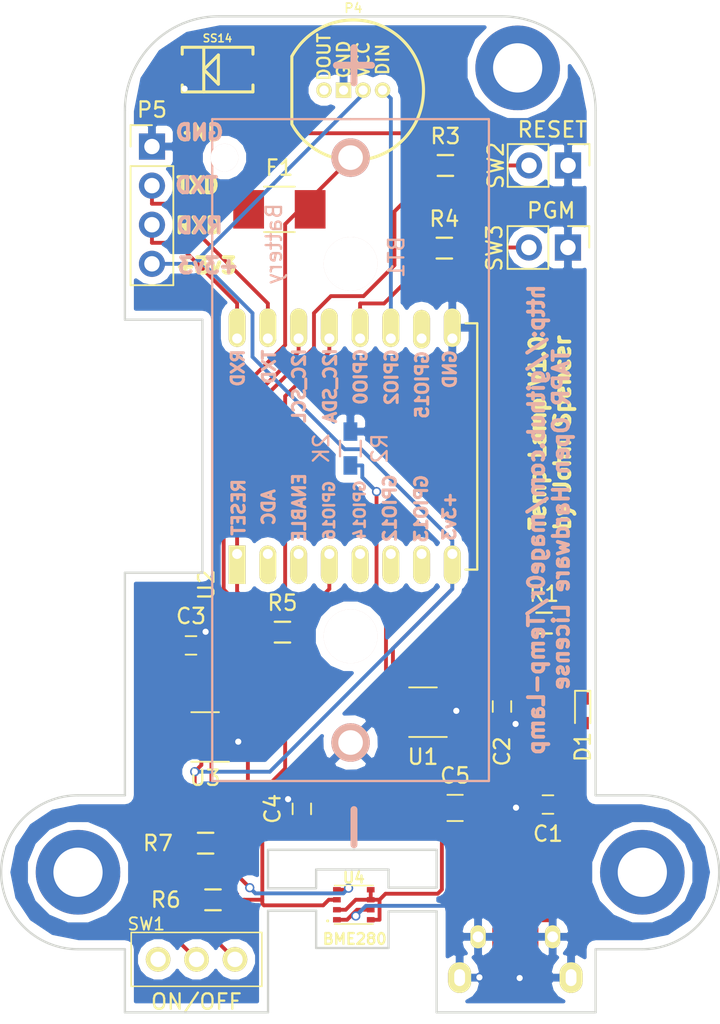
<source format=kicad_pcb>
(kicad_pcb (version 4) (host pcbnew 4.0.4-stable)

  (general
    (links 61)
    (no_connects 0)
    (area 204.864999 70.186 251.725001 137.071971)
    (thickness 1.6)
    (drawings 60)
    (tracks 236)
    (zones 0)
    (modules 29)
    (nets 38)
  )

  (page A4)
  (layers
    (0 F.Cu signal)
    (31 B.Cu signal)
    (32 B.Adhes user)
    (33 F.Adhes user)
    (34 B.Paste user)
    (35 F.Paste user)
    (36 B.SilkS user)
    (37 F.SilkS user)
    (38 B.Mask user)
    (39 F.Mask user)
    (40 Dwgs.User user)
    (41 Cmts.User user)
    (42 Eco1.User user)
    (43 Eco2.User user)
    (44 Edge.Cuts user)
    (45 Margin user)
    (46 B.CrtYd user)
    (47 F.CrtYd user)
    (48 B.Fab user)
    (49 F.Fab user)
  )

  (setup
    (last_trace_width 0.25)
    (trace_clearance 0.2)
    (zone_clearance 0.508)
    (zone_45_only yes)
    (trace_min 0.2)
    (segment_width 0.2)
    (edge_width 0.15)
    (via_size 0.6)
    (via_drill 0.4)
    (via_min_size 0.4)
    (via_min_drill 0.3)
    (uvia_size 0.3)
    (uvia_drill 0.1)
    (uvias_allowed no)
    (uvia_min_size 0.2)
    (uvia_min_drill 0.1)
    (pcb_text_width 0.3)
    (pcb_text_size 1.5 1.5)
    (mod_edge_width 0.15)
    (mod_text_size 1 1)
    (mod_text_width 0.15)
    (pad_size 5.5 5.5)
    (pad_drill 3.2)
    (pad_to_mask_clearance 0.2)
    (aux_axis_origin 0 0)
    (visible_elements 7FFFFFFF)
    (pcbplotparams
      (layerselection 0x010ff_80000001)
      (usegerberextensions true)
      (excludeedgelayer true)
      (linewidth 0.500000)
      (plotframeref false)
      (viasonmask false)
      (mode 1)
      (useauxorigin false)
      (hpglpennumber 1)
      (hpglpenspeed 20)
      (hpglpendiameter 15)
      (hpglpenoverlay 2)
      (psnegative false)
      (psa4output false)
      (plotreference true)
      (plotvalue true)
      (plotinvisibletext false)
      (padsonsilk false)
      (subtractmaskfromsilk false)
      (outputformat 1)
      (mirror false)
      (drillshape 0)
      (scaleselection 1)
      (outputdirectory Gerber/))
  )

  (net 0 "")
  (net 1 +5V)
  (net 2 GND)
  (net 3 "Net-(C2-Pad1)")
  (net 4 "Net-(R1-Pad1)")
  (net 5 "Net-(D1-Pad1)")
  (net 6 "Net-(R2-Pad1)")
  (net 7 +3V3)
  (net 8 "Net-(SW1-Pad3)")
  (net 9 "Net-(P1-Pad3)")
  (net 10 "Net-(P1-Pad4)")
  (net 11 "Net-(P1-Pad2)")
  (net 12 /BAT_V)
  (net 13 "Net-(C3-Pad1)")
  (net 14 /GPIO13)
  (net 15 /GPIO12)
  (net 16 /GPIO14)
  (net 17 /RESET)
  (net 18 /GPIO15)
  (net 19 /GPIO0)
  (net 20 /I2C_SDA)
  (net 21 /I2C_SCL)
  (net 22 /TXD)
  (net 23 /RXD)
  (net 24 /GPIO2)
  (net 25 "Net-(P4-Pad4)")
  (net 26 "Net-(R3-Pad2)")
  (net 27 "Net-(R4-Pad2)")
  (net 28 /GPIO16)
  (net 29 "Net-(SW1-Pad1)")
  (net 30 "Net-(U2-Pad2)")
  (net 31 /ENABLE)
  (net 32 "Net-(U2-Pad17)")
  (net 33 "Net-(U2-Pad18)")
  (net 34 "Net-(U2-Pad19)")
  (net 35 "Net-(U2-Pad20)")
  (net 36 "Net-(U2-Pad21)")
  (net 37 "Net-(U2-Pad22)")

  (net_class Default "This is the default net class."
    (clearance 0.2)
    (trace_width 0.25)
    (via_dia 0.6)
    (via_drill 0.4)
    (uvia_dia 0.3)
    (uvia_drill 0.1)
    (add_net +3V3)
    (add_net +5V)
    (add_net /BAT_V)
    (add_net /ENABLE)
    (add_net /GPIO0)
    (add_net /GPIO12)
    (add_net /GPIO13)
    (add_net /GPIO14)
    (add_net /GPIO15)
    (add_net /GPIO16)
    (add_net /GPIO2)
    (add_net /I2C_SCL)
    (add_net /I2C_SDA)
    (add_net /RESET)
    (add_net /RXD)
    (add_net /TXD)
    (add_net GND)
    (add_net "Net-(C2-Pad1)")
    (add_net "Net-(C3-Pad1)")
    (add_net "Net-(D1-Pad1)")
    (add_net "Net-(P1-Pad2)")
    (add_net "Net-(P1-Pad3)")
    (add_net "Net-(P1-Pad4)")
    (add_net "Net-(P4-Pad4)")
    (add_net "Net-(R1-Pad1)")
    (add_net "Net-(R2-Pad1)")
    (add_net "Net-(R3-Pad2)")
    (add_net "Net-(R4-Pad2)")
    (add_net "Net-(SW1-Pad1)")
    (add_net "Net-(SW1-Pad3)")
    (add_net "Net-(U2-Pad17)")
    (add_net "Net-(U2-Pad18)")
    (add_net "Net-(U2-Pad19)")
    (add_net "Net-(U2-Pad2)")
    (add_net "Net-(U2-Pad20)")
    (add_net "Net-(U2-Pad21)")
    (add_net "Net-(U2-Pad22)")
  )

  (module Mounting_Holes:MountingHole_3.2mm_M3_ISO14580_Pad (layer F.Cu) (tedit 5882322D) (tstamp 58823053)
    (at 209.94 127.07)
    (descr "Mounting Hole 3.2mm, M3, ISO14580")
    (tags "mounting hole 3.2mm m3 iso14580")
    (fp_text reference M2 (at 0 -3.75) (layer F.SilkS) hide
      (effects (font (size 1 1) (thickness 0.15)))
    )
    (fp_text value M3 (at 0 3.75) (layer F.Fab)
      (effects (font (size 1 1) (thickness 0.15)))
    )
    (fp_circle (center 0 0) (end 2.75 0) (layer Cmts.User) (width 0.15))
    (fp_circle (center 0 0) (end 3 0) (layer F.CrtYd) (width 0.05))
    (pad 1 thru_hole circle (at 0 -0.07) (size 5.5 5.5) (drill 3.2) (layers *.Cu *.Mask))
  )

  (module libs:CR123_Holder locked (layer B.Cu) (tedit 5882344D) (tstamp 5880D1EF)
    (at 227.67 99.57 270)
    (path /57516FEB)
    (fp_text reference BT1 (at -12.54 -2.98 270) (layer B.SilkS)
      (effects (font (size 1 1) (thickness 0.15)) (justify mirror))
    )
    (fp_text value Battery (at -13.39 4.98 270) (layer B.SilkS)
      (effects (font (size 1 1) (thickness 0.15)) (justify mirror))
    )
    (fp_text user + (at -25 0 270) (layer B.SilkS)
      (effects (font (size 3 3) (thickness 0.45)) (justify mirror))
    )
    (fp_line (start -21.5 -9) (end -21.5 0) (layer B.SilkS) (width 0.15))
    (fp_line (start 21.5 -9) (end -21.5 -9) (layer B.SilkS) (width 0.15))
    (fp_line (start 21.5 9) (end 21.5 -9) (layer B.SilkS) (width 0.15))
    (fp_line (start -21.5 9) (end 21.5 9) (layer B.SilkS) (width 0.15))
    (fp_line (start -21.5 0) (end -21.5 9) (layer B.SilkS) (width 0.15))
    (fp_text user - (at 24.5 0 270) (layer B.SilkS)
      (effects (font (size 3 3) (thickness 0.45)) (justify mirror))
    )
    (pad "" np_thru_hole circle (at -12.1 0 270) (size 3.5 3.5) (drill 3.5) (layers *.Cu *.Mask B.SilkS))
    (pad "" np_thru_hole circle (at 12.1 0 270) (size 3.5 3.5) (drill 3.5) (layers *.Cu *.Mask B.SilkS))
    (pad 2 thru_hole circle (at 19 0 270) (size 2.5 2.5) (drill 1.6) (layers *.Cu *.Mask B.SilkS)
      (net 2 GND))
    (pad 1 thru_hole circle (at -19 0 270) (size 2.5 2.5) (drill 1.6) (layers *.Cu *.Mask B.SilkS)
      (net 12 /BAT_V))
    (pad "" np_thru_hole circle (at -19 8.2 270) (size 1.8 1.8) (drill 1.8) (layers *.Cu *.Mask B.SilkS))
  )

  (module Capacitors_SMD:C_0603_HandSoldering (layer F.Cu) (tedit 541A9B4D) (tstamp 5880D1F5)
    (at 240.51 122.6 180)
    (descr "Capacitor SMD 0603, hand soldering")
    (tags "capacitor 0603")
    (path /5751677E)
    (attr smd)
    (fp_text reference C1 (at 0 -1.9 180) (layer F.SilkS)
      (effects (font (size 1 1) (thickness 0.15)))
    )
    (fp_text value 4u7 (at 0 1.9 180) (layer F.Fab)
      (effects (font (size 1 1) (thickness 0.15)))
    )
    (fp_line (start -0.8 0.4) (end -0.8 -0.4) (layer F.Fab) (width 0.1))
    (fp_line (start 0.8 0.4) (end -0.8 0.4) (layer F.Fab) (width 0.1))
    (fp_line (start 0.8 -0.4) (end 0.8 0.4) (layer F.Fab) (width 0.1))
    (fp_line (start -0.8 -0.4) (end 0.8 -0.4) (layer F.Fab) (width 0.1))
    (fp_line (start -1.85 -0.75) (end 1.85 -0.75) (layer F.CrtYd) (width 0.05))
    (fp_line (start -1.85 0.75) (end 1.85 0.75) (layer F.CrtYd) (width 0.05))
    (fp_line (start -1.85 -0.75) (end -1.85 0.75) (layer F.CrtYd) (width 0.05))
    (fp_line (start 1.85 -0.75) (end 1.85 0.75) (layer F.CrtYd) (width 0.05))
    (fp_line (start -0.35 -0.6) (end 0.35 -0.6) (layer F.SilkS) (width 0.12))
    (fp_line (start 0.35 0.6) (end -0.35 0.6) (layer F.SilkS) (width 0.12))
    (pad 1 smd rect (at -0.95 0 180) (size 1.2 0.75) (layers F.Cu F.Paste F.Mask)
      (net 1 +5V))
    (pad 2 smd rect (at 0.95 0 180) (size 1.2 0.75) (layers F.Cu F.Paste F.Mask)
      (net 2 GND))
    (model Capacitors_SMD.3dshapes/C_0603_HandSoldering.wrl
      (at (xyz 0 0 0))
      (scale (xyz 1 1 1))
      (rotate (xyz 0 0 0))
    )
  )

  (module Capacitors_SMD:C_0603_HandSoldering (layer F.Cu) (tedit 58822E88) (tstamp 5880D1FB)
    (at 237.52 116.23 270)
    (descr "Capacitor SMD 0603, hand soldering")
    (tags "capacitor 0603")
    (path /57516E26)
    (attr smd)
    (fp_text reference C2 (at 2.92 -0.01 270) (layer F.SilkS)
      (effects (font (size 1 1) (thickness 0.15)))
    )
    (fp_text value 4u7 (at 0 1.9 270) (layer F.Fab)
      (effects (font (size 1 1) (thickness 0.15)))
    )
    (fp_line (start -0.8 0.4) (end -0.8 -0.4) (layer F.Fab) (width 0.1))
    (fp_line (start 0.8 0.4) (end -0.8 0.4) (layer F.Fab) (width 0.1))
    (fp_line (start 0.8 -0.4) (end 0.8 0.4) (layer F.Fab) (width 0.1))
    (fp_line (start -0.8 -0.4) (end 0.8 -0.4) (layer F.Fab) (width 0.1))
    (fp_line (start -1.85 -0.75) (end 1.85 -0.75) (layer F.CrtYd) (width 0.05))
    (fp_line (start -1.85 0.75) (end 1.85 0.75) (layer F.CrtYd) (width 0.05))
    (fp_line (start -1.85 -0.75) (end -1.85 0.75) (layer F.CrtYd) (width 0.05))
    (fp_line (start 1.85 -0.75) (end 1.85 0.75) (layer F.CrtYd) (width 0.05))
    (fp_line (start -0.35 -0.6) (end 0.35 -0.6) (layer F.SilkS) (width 0.12))
    (fp_line (start 0.35 0.6) (end -0.35 0.6) (layer F.SilkS) (width 0.12))
    (pad 1 smd rect (at -0.95 0 270) (size 1.2 0.75) (layers F.Cu F.Paste F.Mask)
      (net 3 "Net-(C2-Pad1)"))
    (pad 2 smd rect (at 0.95 0 270) (size 1.2 0.75) (layers F.Cu F.Paste F.Mask)
      (net 2 GND))
    (model Capacitors_SMD.3dshapes/C_0603_HandSoldering.wrl
      (at (xyz 0 0 0))
      (scale (xyz 1 1 1))
      (rotate (xyz 0 0 0))
    )
  )

  (module Capacitors_SMD:C_0603_HandSoldering (layer F.Cu) (tedit 541A9B4D) (tstamp 5880D201)
    (at 217.29 112.26)
    (descr "Capacitor SMD 0603, hand soldering")
    (tags "capacitor 0603")
    (path /5880C7E1)
    (attr smd)
    (fp_text reference C3 (at 0 -1.9) (layer F.SilkS)
      (effects (font (size 1 1) (thickness 0.15)))
    )
    (fp_text value 100nF (at 0 1.9) (layer F.Fab)
      (effects (font (size 1 1) (thickness 0.15)))
    )
    (fp_line (start -0.8 0.4) (end -0.8 -0.4) (layer F.Fab) (width 0.1))
    (fp_line (start 0.8 0.4) (end -0.8 0.4) (layer F.Fab) (width 0.1))
    (fp_line (start 0.8 -0.4) (end 0.8 0.4) (layer F.Fab) (width 0.1))
    (fp_line (start -0.8 -0.4) (end 0.8 -0.4) (layer F.Fab) (width 0.1))
    (fp_line (start -1.85 -0.75) (end 1.85 -0.75) (layer F.CrtYd) (width 0.05))
    (fp_line (start -1.85 0.75) (end 1.85 0.75) (layer F.CrtYd) (width 0.05))
    (fp_line (start -1.85 -0.75) (end -1.85 0.75) (layer F.CrtYd) (width 0.05))
    (fp_line (start 1.85 -0.75) (end 1.85 0.75) (layer F.CrtYd) (width 0.05))
    (fp_line (start -0.35 -0.6) (end 0.35 -0.6) (layer F.SilkS) (width 0.12))
    (fp_line (start 0.35 0.6) (end -0.35 0.6) (layer F.SilkS) (width 0.12))
    (pad 1 smd rect (at -0.95 0) (size 1.2 0.75) (layers F.Cu F.Paste F.Mask)
      (net 13 "Net-(C3-Pad1)"))
    (pad 2 smd rect (at 0.95 0) (size 1.2 0.75) (layers F.Cu F.Paste F.Mask)
      (net 2 GND))
    (model Capacitors_SMD.3dshapes/C_0603_HandSoldering.wrl
      (at (xyz 0 0 0))
      (scale (xyz 1 1 1))
      (rotate (xyz 0 0 0))
    )
  )

  (module Capacitors_SMD:C_0603_HandSoldering (layer F.Cu) (tedit 541A9B4D) (tstamp 5880D207)
    (at 224.5 122.88 90)
    (descr "Capacitor SMD 0603, hand soldering")
    (tags "capacitor 0603")
    (path /5880E8AA)
    (attr smd)
    (fp_text reference C4 (at 0 -1.9 90) (layer F.SilkS)
      (effects (font (size 1 1) (thickness 0.15)))
    )
    (fp_text value 100nF (at 0 1.9 90) (layer F.Fab)
      (effects (font (size 1 1) (thickness 0.15)))
    )
    (fp_line (start -0.8 0.4) (end -0.8 -0.4) (layer F.Fab) (width 0.1))
    (fp_line (start 0.8 0.4) (end -0.8 0.4) (layer F.Fab) (width 0.1))
    (fp_line (start 0.8 -0.4) (end 0.8 0.4) (layer F.Fab) (width 0.1))
    (fp_line (start -0.8 -0.4) (end 0.8 -0.4) (layer F.Fab) (width 0.1))
    (fp_line (start -1.85 -0.75) (end 1.85 -0.75) (layer F.CrtYd) (width 0.05))
    (fp_line (start -1.85 0.75) (end 1.85 0.75) (layer F.CrtYd) (width 0.05))
    (fp_line (start -1.85 -0.75) (end -1.85 0.75) (layer F.CrtYd) (width 0.05))
    (fp_line (start 1.85 -0.75) (end 1.85 0.75) (layer F.CrtYd) (width 0.05))
    (fp_line (start -0.35 -0.6) (end 0.35 -0.6) (layer F.SilkS) (width 0.12))
    (fp_line (start 0.35 0.6) (end -0.35 0.6) (layer F.SilkS) (width 0.12))
    (pad 1 smd rect (at -0.95 0 90) (size 1.2 0.75) (layers F.Cu F.Paste F.Mask)
      (net 7 +3V3))
    (pad 2 smd rect (at 0.95 0 90) (size 1.2 0.75) (layers F.Cu F.Paste F.Mask)
      (net 2 GND))
    (model Capacitors_SMD.3dshapes/C_0603_HandSoldering.wrl
      (at (xyz 0 0 0))
      (scale (xyz 1 1 1))
      (rotate (xyz 0 0 0))
    )
  )

  (module Capacitors_SMD:C_0805_HandSoldering (layer F.Cu) (tedit 58822EAB) (tstamp 5880D20D)
    (at 234.47 122.82)
    (descr "Capacitor SMD 0805, hand soldering")
    (tags "capacitor 0805")
    (path /58810CF6)
    (attr smd)
    (fp_text reference C5 (at 0 -2.1) (layer F.SilkS)
      (effects (font (size 1 1) (thickness 0.15)))
    )
    (fp_text value 100uF (at 0.03 1.79) (layer F.Fab)
      (effects (font (size 1 1) (thickness 0.15)))
    )
    (fp_line (start -1 0.625) (end -1 -0.625) (layer F.Fab) (width 0.1))
    (fp_line (start 1 0.625) (end -1 0.625) (layer F.Fab) (width 0.1))
    (fp_line (start 1 -0.625) (end 1 0.625) (layer F.Fab) (width 0.1))
    (fp_line (start -1 -0.625) (end 1 -0.625) (layer F.Fab) (width 0.1))
    (fp_line (start -2.3 -1) (end 2.3 -1) (layer F.CrtYd) (width 0.05))
    (fp_line (start -2.3 1) (end 2.3 1) (layer F.CrtYd) (width 0.05))
    (fp_line (start -2.3 -1) (end -2.3 1) (layer F.CrtYd) (width 0.05))
    (fp_line (start 2.3 -1) (end 2.3 1) (layer F.CrtYd) (width 0.05))
    (fp_line (start 0.5 -0.85) (end -0.5 -0.85) (layer F.SilkS) (width 0.12))
    (fp_line (start -0.5 0.85) (end 0.5 0.85) (layer F.SilkS) (width 0.12))
    (pad 1 smd rect (at -1.25 0) (size 1.5 1.25) (layers F.Cu F.Paste F.Mask)
      (net 7 +3V3))
    (pad 2 smd rect (at 1.25 0) (size 1.5 1.25) (layers F.Cu F.Paste F.Mask)
      (net 2 GND))
    (model Capacitors_SMD.3dshapes/C_0805_HandSoldering.wrl
      (at (xyz 0 0 0))
      (scale (xyz 1 1 1))
      (rotate (xyz 0 0 0))
    )
  )

  (module LEDs:LED_0603 (layer F.Cu) (tedit 58822E98) (tstamp 5880D213)
    (at 242.77 116.51 270)
    (descr "LED 0603 smd package")
    (tags "LED led 0603 SMD smd SMT smt smdled SMDLED smtled SMTLED")
    (path /57516873)
    (attr smd)
    (fp_text reference D1 (at 2.35 -0.01 270) (layer F.SilkS)
      (effects (font (size 1 1) (thickness 0.15)))
    )
    (fp_text value CHRG (at 0 1.35 270) (layer F.Fab)
      (effects (font (size 1 1) (thickness 0.15)))
    )
    (fp_line (start -1.3 -0.5) (end -1.3 0.5) (layer F.SilkS) (width 0.12))
    (fp_line (start -0.2 -0.2) (end -0.2 0.2) (layer F.Fab) (width 0.1))
    (fp_line (start -0.15 0) (end 0.15 -0.2) (layer F.Fab) (width 0.1))
    (fp_line (start 0.15 0.2) (end -0.15 0) (layer F.Fab) (width 0.1))
    (fp_line (start 0.15 -0.2) (end 0.15 0.2) (layer F.Fab) (width 0.1))
    (fp_line (start 0.8 0.4) (end -0.8 0.4) (layer F.Fab) (width 0.1))
    (fp_line (start 0.8 -0.4) (end 0.8 0.4) (layer F.Fab) (width 0.1))
    (fp_line (start -0.8 -0.4) (end 0.8 -0.4) (layer F.Fab) (width 0.1))
    (fp_line (start -0.8 0.4) (end -0.8 -0.4) (layer F.Fab) (width 0.1))
    (fp_line (start -1.3 0.5) (end 0.8 0.5) (layer F.SilkS) (width 0.12))
    (fp_line (start -1.3 -0.5) (end 0.8 -0.5) (layer F.SilkS) (width 0.12))
    (fp_line (start 1.45 -0.65) (end 1.45 0.65) (layer F.CrtYd) (width 0.05))
    (fp_line (start 1.45 0.65) (end -1.45 0.65) (layer F.CrtYd) (width 0.05))
    (fp_line (start -1.45 0.65) (end -1.45 -0.65) (layer F.CrtYd) (width 0.05))
    (fp_line (start -1.45 -0.65) (end 1.45 -0.65) (layer F.CrtYd) (width 0.05))
    (pad 2 smd rect (at 0.8 0 90) (size 0.8 0.8) (layers F.Cu F.Paste F.Mask)
      (net 1 +5V))
    (pad 1 smd rect (at -0.8 0 90) (size 0.8 0.8) (layers F.Cu F.Paste F.Mask)
      (net 5 "Net-(D1-Pad1)"))
    (model LEDs.3dshapes/LED_0603.wrl
      (at (xyz 0 0 0))
      (scale (xyz 1 1 1))
      (rotate (xyz 0 0 180))
    )
  )

  (module Capacitors_SMD:C_1210_HandSoldering (layer F.Cu) (tedit 541A9C39) (tstamp 5880D21F)
    (at 223.04 83.93)
    (descr "Capacitor SMD 1210, hand soldering")
    (tags "capacitor 1210")
    (path /57518554)
    (attr smd)
    (fp_text reference F1 (at 0 -2.7) (layer F.SilkS)
      (effects (font (size 1 1) (thickness 0.15)))
    )
    (fp_text value "1A PTC" (at 0 2.7) (layer F.Fab)
      (effects (font (size 1 1) (thickness 0.15)))
    )
    (fp_line (start -1.6 1.25) (end -1.6 -1.25) (layer F.Fab) (width 0.1))
    (fp_line (start 1.6 1.25) (end -1.6 1.25) (layer F.Fab) (width 0.1))
    (fp_line (start 1.6 -1.25) (end 1.6 1.25) (layer F.Fab) (width 0.1))
    (fp_line (start -1.6 -1.25) (end 1.6 -1.25) (layer F.Fab) (width 0.1))
    (fp_line (start -3.3 -1.6) (end 3.3 -1.6) (layer F.CrtYd) (width 0.05))
    (fp_line (start -3.3 1.6) (end 3.3 1.6) (layer F.CrtYd) (width 0.05))
    (fp_line (start -3.3 -1.6) (end -3.3 1.6) (layer F.CrtYd) (width 0.05))
    (fp_line (start 3.3 -1.6) (end 3.3 1.6) (layer F.CrtYd) (width 0.05))
    (fp_line (start 1 -1.475) (end -1 -1.475) (layer F.SilkS) (width 0.12))
    (fp_line (start -1 1.475) (end 1 1.475) (layer F.SilkS) (width 0.12))
    (pad 1 smd rect (at -2 0) (size 2 2.5) (layers F.Cu F.Paste F.Mask)
      (net 3 "Net-(C2-Pad1)"))
    (pad 2 smd rect (at 2 0) (size 2 2.5) (layers F.Cu F.Paste F.Mask)
      (net 12 /BAT_V))
    (model Capacitors_SMD.3dshapes/C_1210_HandSoldering.wrl
      (at (xyz 0 0 0))
      (scale (xyz 1 1 1))
      (rotate (xyz 0 0 0))
    )
  )

  (module libs:USB-MICRO-5pin_PTHMOUNT (layer F.Cu) (tedit 57712A8A) (tstamp 5880D22E)
    (at 238.39 131.27 90)
    (path /5880BAFF)
    (attr smd)
    (fp_text reference P1 (at -4.7 0 180) (layer Eco1.User)
      (effects (font (size 0.6 0.6) (thickness 0.1)))
    )
    (fp_text value USB_5PIN_SHELL (at 1.43002 0 180) (layer F.SilkS) hide
      (effects (font (size 0.6 0.6) (thickness 0.1)))
    )
    (fp_line (start -0.254 -3.683) (end -1.3335 -3.683) (layer Cmts.User) (width 0.2))
    (fp_line (start -0.20066 3.70078) (end -1.39954 3.70078) (layer Cmts.User) (width 0.20066))
    (fp_line (start -4.09956 3.70078) (end -3.79984 3.70078) (layer Cmts.User) (width 0.20066))
    (fp_line (start -4.09956 -3.70078) (end -3.79984 -3.70078) (layer Cmts.User) (width 0.20066))
    (fp_line (start -4.89966 -3.70078) (end -4.89966 -3.50012) (layer Cmts.User) (width 0.20066))
    (fp_line (start -4.89966 -3.50012) (end -4.89966 -3.40106) (layer Cmts.User) (width 0.20066))
    (fp_line (start -4.89966 -3.40106) (end -5.19938 -3.40106) (layer Cmts.User) (width 0.20066))
    (fp_line (start -5.19938 -3.40106) (end -5.30098 -3.40106) (layer Cmts.User) (width 0.20066))
    (fp_line (start -5.30098 -3.40106) (end -5.50164 -3.2004) (layer Cmts.User) (width 0.20066))
    (fp_line (start -5.50164 -3.2004) (end -5.50164 3.2004) (layer Cmts.User) (width 0.20066))
    (fp_line (start -4.89966 3.70078) (end -4.89966 3.40106) (layer Cmts.User) (width 0.20066))
    (fp_line (start -4.89966 3.40106) (end -5.30098 3.40106) (layer Cmts.User) (width 0.20066))
    (fp_line (start -5.30098 3.40106) (end -5.50164 3.2004) (layer Cmts.User) (width 0.20066))
    (fp_line (start -4.09956 -3.70078) (end -4.89966 -3.70078) (layer Cmts.User) (width 0.20066))
    (fp_line (start -4.89966 -3.70078) (end -5.50164 -4.09956) (layer Cmts.User) (width 0.20066))
    (fp_line (start -5.50164 4.09956) (end -4.89966 3.70078) (layer Cmts.User) (width 0.20066))
    (fp_line (start -4.89966 3.70078) (end -4.09956 3.70078) (layer Cmts.User) (width 0.20066))
    (fp_line (start -0.09906 -3.59918) (end -0.19812 -3.70078) (layer Cmts.User) (width 0.20066))
    (fp_line (start -4.09956 -3.70078) (end -4.09956 3.70078) (layer Cmts.User) (width 0.09906))
    (fp_line (start -0.20066 3.70078) (end -0.1016 3.59918) (layer Cmts.User) (width 0.20066))
    (pad SHLD thru_hole oval (at -2.57556 -3.62458 90) (size 1.99898 1.50114) (drill oval 1.09982 0.70104) (layers *.Cu *.Mask F.SilkS)
      (net 2 GND))
    (pad SHLD thru_hole oval (at -2.57556 3.62458 90) (size 1.99898 1.50114) (drill oval 1.09982 0.70104) (layers *.Cu *.Mask F.SilkS)
      (net 2 GND))
    (pad SHLD thru_hole oval (at 0.0762 -2.4257 90) (size 1.50114 1.00076) (drill 0.70104) (layers *.Cu *.Mask F.SilkS)
      (net 2 GND))
    (pad SHLD smd rect (at -2.57556 1.30048 90) (size 1.30048 1.00076) (layers F.Cu F.Paste F.Mask)
      (net 2 GND))
    (pad SHLD smd rect (at -2.57556 -1.30048 90) (size 1.30048 1.00076) (layers F.Cu F.Paste F.Mask)
      (net 2 GND))
    (pad 5 smd rect (at 0 1.30048 90) (size 1.34874 0.39878) (layers F.Cu F.Paste F.Mask)
      (net 2 GND))
    (pad 3 smd rect (at 0 0 90) (size 1.34874 0.39878) (layers F.Cu F.Paste F.Mask)
      (net 9 "Net-(P1-Pad3)"))
    (pad 4 smd rect (at 0 0.65024 90) (size 1.34874 0.39878) (layers F.Cu F.Paste F.Mask)
      (net 10 "Net-(P1-Pad4)"))
    (pad 2 smd rect (at 0 -0.65024 90) (size 1.34874 0.39878) (layers F.Cu F.Paste F.Mask)
      (net 11 "Net-(P1-Pad2)"))
    (pad SHLD thru_hole oval (at 0.0762 2.4257 90) (size 1.50114 1.00076) (drill 0.70104) (layers *.Cu *.Mask F.SilkS)
      (net 2 GND))
    (pad 1 smd rect (at 0 -1.30048 90) (size 1.34874 0.39878) (layers F.Cu F.Paste F.Mask)
      (net 1 +5V))
  )

  (module libs:LED_8MM_APA-106 (layer F.Cu) (tedit 583D716B) (tstamp 5880D24B)
    (at 227.85 76.19)
    (path /58819822)
    (autoplace_cost180 10)
    (fp_text reference P4 (at 0 -5.334) (layer F.SilkS)
      (effects (font (size 0.6 0.6) (thickness 0.1)))
    )
    (fp_text value LED_1 (at 0 2.4) (layer F.SilkS) hide
      (effects (font (size 0.6 0.6) (thickness 0.1)))
    )
    (fp_text user DIN (at 1.905 -2 90) (layer F.SilkS)
      (effects (font (size 0.8 0.8) (thickness 0.15)))
    )
    (fp_text user VCC (at 0.635 -2 90) (layer F.SilkS)
      (effects (font (size 0.8 0.8) (thickness 0.15)))
    )
    (fp_text user GND (at -0.635 -2 90) (layer F.SilkS)
      (effects (font (size 0.8 0.8) (thickness 0.15)))
    )
    (fp_text user DOUT (at -1.91 -2.16 90) (layer F.SilkS)
      (effects (font (size 0.8 0.8) (thickness 0.15)))
    )
    (fp_arc (start 0 0) (end -4.0005 -2.19964) (angle 301.5) (layer F.SilkS) (width 0.20066))
    (fp_line (start -4.0005 -2.19964) (end -4.0005 2.19964) (layer F.SilkS) (width 0.20066))
    (pad 2 thru_hole circle (at 0.635 0) (size 1 1) (drill 0.6) (layers *.Cu *.Mask F.SilkS)
      (net 7 +3V3) (solder_mask_margin 0.0508))
    (pad 3 thru_hole rect (at -0.635 0) (size 1 1) (drill 0.6) (layers *.Cu *.Mask F.SilkS)
      (net 2 GND) (solder_mask_margin 0.0508))
    (pad 1 thru_hole circle (at 1.905 0) (size 1 1) (drill 0.6) (layers *.Cu *.Mask F.SilkS)
      (net 24 /GPIO2) (solder_mask_margin 0.0508))
    (pad 4 thru_hole circle (at -1.905 0) (size 1 1) (drill 0.6) (layers *.Cu *.Mask F.SilkS)
      (net 25 "Net-(P4-Pad4)") (solder_mask_margin 0.0508))
  )

  (module Resistors_SMD:R_0603_HandSoldering (layer F.Cu) (tedit 58307AEF) (tstamp 5880D251)
    (at 240.26 110.81)
    (descr "Resistor SMD 0603, hand soldering")
    (tags "resistor 0603")
    (path /575168C4)
    (attr smd)
    (fp_text reference R1 (at 0 -1.9) (layer F.SilkS)
      (effects (font (size 1 1) (thickness 0.15)))
    )
    (fp_text value 470 (at 0 1.9) (layer F.Fab)
      (effects (font (size 1 1) (thickness 0.15)))
    )
    (fp_line (start -0.8 0.4) (end -0.8 -0.4) (layer F.Fab) (width 0.1))
    (fp_line (start 0.8 0.4) (end -0.8 0.4) (layer F.Fab) (width 0.1))
    (fp_line (start 0.8 -0.4) (end 0.8 0.4) (layer F.Fab) (width 0.1))
    (fp_line (start -0.8 -0.4) (end 0.8 -0.4) (layer F.Fab) (width 0.1))
    (fp_line (start -2 -0.8) (end 2 -0.8) (layer F.CrtYd) (width 0.05))
    (fp_line (start -2 0.8) (end 2 0.8) (layer F.CrtYd) (width 0.05))
    (fp_line (start -2 -0.8) (end -2 0.8) (layer F.CrtYd) (width 0.05))
    (fp_line (start 2 -0.8) (end 2 0.8) (layer F.CrtYd) (width 0.05))
    (fp_line (start 0.5 0.675) (end -0.5 0.675) (layer F.SilkS) (width 0.15))
    (fp_line (start -0.5 -0.675) (end 0.5 -0.675) (layer F.SilkS) (width 0.15))
    (pad 1 smd rect (at -1.1 0) (size 1.2 0.9) (layers F.Cu F.Paste F.Mask)
      (net 4 "Net-(R1-Pad1)"))
    (pad 2 smd rect (at 1.1 0) (size 1.2 0.9) (layers F.Cu F.Paste F.Mask)
      (net 5 "Net-(D1-Pad1)"))
    (model Resistors_SMD.3dshapes/R_0603_HandSoldering.wrl
      (at (xyz 0 0 0))
      (scale (xyz 1 1 1))
      (rotate (xyz 0 0 0))
    )
  )

  (module Resistors_SMD:R_0603_HandSoldering (layer B.Cu) (tedit 58823445) (tstamp 5880D257)
    (at 227.66 99.47 90)
    (descr "Resistor SMD 0603, hand soldering")
    (tags "resistor 0603")
    (path /57516D5F)
    (attr smd)
    (fp_text reference R2 (at 0 1.9 90) (layer B.SilkS)
      (effects (font (size 1 1) (thickness 0.15)) (justify mirror))
    )
    (fp_text value 2K (at 0 -1.9 90) (layer B.SilkS)
      (effects (font (size 1 1) (thickness 0.15)) (justify mirror))
    )
    (fp_line (start -0.8 -0.4) (end -0.8 0.4) (layer B.Fab) (width 0.1))
    (fp_line (start 0.8 -0.4) (end -0.8 -0.4) (layer B.Fab) (width 0.1))
    (fp_line (start 0.8 0.4) (end 0.8 -0.4) (layer B.Fab) (width 0.1))
    (fp_line (start -0.8 0.4) (end 0.8 0.4) (layer B.Fab) (width 0.1))
    (fp_line (start -2 0.8) (end 2 0.8) (layer B.CrtYd) (width 0.05))
    (fp_line (start -2 -0.8) (end 2 -0.8) (layer B.CrtYd) (width 0.05))
    (fp_line (start -2 0.8) (end -2 -0.8) (layer B.CrtYd) (width 0.05))
    (fp_line (start 2 0.8) (end 2 -0.8) (layer B.CrtYd) (width 0.05))
    (fp_line (start 0.5 -0.675) (end -0.5 -0.675) (layer B.SilkS) (width 0.15))
    (fp_line (start -0.5 0.675) (end 0.5 0.675) (layer B.SilkS) (width 0.15))
    (pad 1 smd rect (at -1.1 0 90) (size 1.2 0.9) (layers B.Cu B.Paste B.Mask)
      (net 6 "Net-(R2-Pad1)"))
    (pad 2 smd rect (at 1.1 0 90) (size 1.2 0.9) (layers B.Cu B.Paste B.Mask)
      (net 2 GND))
    (model Resistors_SMD.3dshapes/R_0603_HandSoldering.wrl
      (at (xyz 0 0 0))
      (scale (xyz 1 1 1))
      (rotate (xyz 0 0 0))
    )
  )

  (module Resistors_SMD:R_0603_HandSoldering (layer F.Cu) (tedit 58307AEF) (tstamp 5880D25D)
    (at 233.84 81.08)
    (descr "Resistor SMD 0603, hand soldering")
    (tags "resistor 0603")
    (path /58815ECD)
    (attr smd)
    (fp_text reference R3 (at 0 -1.9) (layer F.SilkS)
      (effects (font (size 1 1) (thickness 0.15)))
    )
    (fp_text value 470 (at 0 1.9) (layer F.Fab)
      (effects (font (size 1 1) (thickness 0.15)))
    )
    (fp_line (start -0.8 0.4) (end -0.8 -0.4) (layer F.Fab) (width 0.1))
    (fp_line (start 0.8 0.4) (end -0.8 0.4) (layer F.Fab) (width 0.1))
    (fp_line (start 0.8 -0.4) (end 0.8 0.4) (layer F.Fab) (width 0.1))
    (fp_line (start -0.8 -0.4) (end 0.8 -0.4) (layer F.Fab) (width 0.1))
    (fp_line (start -2 -0.8) (end 2 -0.8) (layer F.CrtYd) (width 0.05))
    (fp_line (start -2 0.8) (end 2 0.8) (layer F.CrtYd) (width 0.05))
    (fp_line (start -2 -0.8) (end -2 0.8) (layer F.CrtYd) (width 0.05))
    (fp_line (start 2 -0.8) (end 2 0.8) (layer F.CrtYd) (width 0.05))
    (fp_line (start 0.5 0.675) (end -0.5 0.675) (layer F.SilkS) (width 0.15))
    (fp_line (start -0.5 -0.675) (end 0.5 -0.675) (layer F.SilkS) (width 0.15))
    (pad 1 smd rect (at -1.1 0) (size 1.2 0.9) (layers F.Cu F.Paste F.Mask)
      (net 17 /RESET))
    (pad 2 smd rect (at 1.1 0) (size 1.2 0.9) (layers F.Cu F.Paste F.Mask)
      (net 26 "Net-(R3-Pad2)"))
    (model Resistors_SMD.3dshapes/R_0603_HandSoldering.wrl
      (at (xyz 0 0 0))
      (scale (xyz 1 1 1))
      (rotate (xyz 0 0 0))
    )
  )

  (module Resistors_SMD:R_0603_HandSoldering (layer F.Cu) (tedit 58307AEF) (tstamp 5880D263)
    (at 233.77 86.45)
    (descr "Resistor SMD 0603, hand soldering")
    (tags "resistor 0603")
    (path /58815A9F)
    (attr smd)
    (fp_text reference R4 (at 0 -1.9) (layer F.SilkS)
      (effects (font (size 1 1) (thickness 0.15)))
    )
    (fp_text value 470 (at 0 1.9) (layer F.Fab)
      (effects (font (size 1 1) (thickness 0.15)))
    )
    (fp_line (start -0.8 0.4) (end -0.8 -0.4) (layer F.Fab) (width 0.1))
    (fp_line (start 0.8 0.4) (end -0.8 0.4) (layer F.Fab) (width 0.1))
    (fp_line (start 0.8 -0.4) (end 0.8 0.4) (layer F.Fab) (width 0.1))
    (fp_line (start -0.8 -0.4) (end 0.8 -0.4) (layer F.Fab) (width 0.1))
    (fp_line (start -2 -0.8) (end 2 -0.8) (layer F.CrtYd) (width 0.05))
    (fp_line (start -2 0.8) (end 2 0.8) (layer F.CrtYd) (width 0.05))
    (fp_line (start -2 -0.8) (end -2 0.8) (layer F.CrtYd) (width 0.05))
    (fp_line (start 2 -0.8) (end 2 0.8) (layer F.CrtYd) (width 0.05))
    (fp_line (start 0.5 0.675) (end -0.5 0.675) (layer F.SilkS) (width 0.15))
    (fp_line (start -0.5 -0.675) (end 0.5 -0.675) (layer F.SilkS) (width 0.15))
    (pad 1 smd rect (at -1.1 0) (size 1.2 0.9) (layers F.Cu F.Paste F.Mask)
      (net 19 /GPIO0))
    (pad 2 smd rect (at 1.1 0) (size 1.2 0.9) (layers F.Cu F.Paste F.Mask)
      (net 27 "Net-(R4-Pad2)"))
    (model Resistors_SMD.3dshapes/R_0603_HandSoldering.wrl
      (at (xyz 0 0 0))
      (scale (xyz 1 1 1))
      (rotate (xyz 0 0 0))
    )
  )

  (module Resistors_SMD:R_0603_HandSoldering (layer F.Cu) (tedit 58307AEF) (tstamp 5880D269)
    (at 223.24 111.4)
    (descr "Resistor SMD 0603, hand soldering")
    (tags "resistor 0603")
    (path /58811922)
    (attr smd)
    (fp_text reference R5 (at 0 -1.9) (layer F.SilkS)
      (effects (font (size 1 1) (thickness 0.15)))
    )
    (fp_text value 1K (at 0 1.9) (layer F.Fab)
      (effects (font (size 1 1) (thickness 0.15)))
    )
    (fp_line (start -0.8 0.4) (end -0.8 -0.4) (layer F.Fab) (width 0.1))
    (fp_line (start 0.8 0.4) (end -0.8 0.4) (layer F.Fab) (width 0.1))
    (fp_line (start 0.8 -0.4) (end 0.8 0.4) (layer F.Fab) (width 0.1))
    (fp_line (start -0.8 -0.4) (end 0.8 -0.4) (layer F.Fab) (width 0.1))
    (fp_line (start -2 -0.8) (end 2 -0.8) (layer F.CrtYd) (width 0.05))
    (fp_line (start -2 0.8) (end 2 0.8) (layer F.CrtYd) (width 0.05))
    (fp_line (start -2 -0.8) (end -2 0.8) (layer F.CrtYd) (width 0.05))
    (fp_line (start 2 -0.8) (end 2 0.8) (layer F.CrtYd) (width 0.05))
    (fp_line (start 0.5 0.675) (end -0.5 0.675) (layer F.SilkS) (width 0.15))
    (fp_line (start -0.5 -0.675) (end 0.5 -0.675) (layer F.SilkS) (width 0.15))
    (pad 1 smd rect (at -1.1 0) (size 1.2 0.9) (layers F.Cu F.Paste F.Mask)
      (net 17 /RESET))
    (pad 2 smd rect (at 1.1 0) (size 1.2 0.9) (layers F.Cu F.Paste F.Mask)
      (net 28 /GPIO16))
    (model Resistors_SMD.3dshapes/R_0603_HandSoldering.wrl
      (at (xyz 0 0 0))
      (scale (xyz 1 1 1))
      (rotate (xyz 0 0 0))
    )
  )

  (module Resistors_SMD:R_0603_HandSoldering (layer F.Cu) (tedit 58822EB4) (tstamp 5880D26F)
    (at 218.72 128.79)
    (descr "Resistor SMD 0603, hand soldering")
    (tags "resistor 0603")
    (path /5880FB92)
    (attr smd)
    (fp_text reference R6 (at -3.07 0) (layer F.SilkS)
      (effects (font (size 1 1) (thickness 0.15)))
    )
    (fp_text value 4.7K (at -0.01 1.55) (layer F.Fab)
      (effects (font (size 1 1) (thickness 0.15)))
    )
    (fp_line (start -0.8 0.4) (end -0.8 -0.4) (layer F.Fab) (width 0.1))
    (fp_line (start 0.8 0.4) (end -0.8 0.4) (layer F.Fab) (width 0.1))
    (fp_line (start 0.8 -0.4) (end 0.8 0.4) (layer F.Fab) (width 0.1))
    (fp_line (start -0.8 -0.4) (end 0.8 -0.4) (layer F.Fab) (width 0.1))
    (fp_line (start -2 -0.8) (end 2 -0.8) (layer F.CrtYd) (width 0.05))
    (fp_line (start -2 0.8) (end 2 0.8) (layer F.CrtYd) (width 0.05))
    (fp_line (start -2 -0.8) (end -2 0.8) (layer F.CrtYd) (width 0.05))
    (fp_line (start 2 -0.8) (end 2 0.8) (layer F.CrtYd) (width 0.05))
    (fp_line (start 0.5 0.675) (end -0.5 0.675) (layer F.SilkS) (width 0.15))
    (fp_line (start -0.5 -0.675) (end 0.5 -0.675) (layer F.SilkS) (width 0.15))
    (pad 1 smd rect (at -1.1 0) (size 1.2 0.9) (layers F.Cu F.Paste F.Mask)
      (net 7 +3V3))
    (pad 2 smd rect (at 1.1 0) (size 1.2 0.9) (layers F.Cu F.Paste F.Mask)
      (net 20 /I2C_SDA))
    (model Resistors_SMD.3dshapes/R_0603_HandSoldering.wrl
      (at (xyz 0 0 0))
      (scale (xyz 1 1 1))
      (rotate (xyz 0 0 0))
    )
  )

  (module Resistors_SMD:R_0603_HandSoldering (layer F.Cu) (tedit 5882261B) (tstamp 5880D275)
    (at 218.24 125.11)
    (descr "Resistor SMD 0603, hand soldering")
    (tags "resistor 0603")
    (path /5880F977)
    (attr smd)
    (fp_text reference R7 (at -3.1 0) (layer F.SilkS)
      (effects (font (size 1 1) (thickness 0.15)))
    )
    (fp_text value 4.7K (at 0 1.9) (layer F.Fab)
      (effects (font (size 1 1) (thickness 0.15)))
    )
    (fp_line (start -0.8 0.4) (end -0.8 -0.4) (layer F.Fab) (width 0.1))
    (fp_line (start 0.8 0.4) (end -0.8 0.4) (layer F.Fab) (width 0.1))
    (fp_line (start 0.8 -0.4) (end 0.8 0.4) (layer F.Fab) (width 0.1))
    (fp_line (start -0.8 -0.4) (end 0.8 -0.4) (layer F.Fab) (width 0.1))
    (fp_line (start -2 -0.8) (end 2 -0.8) (layer F.CrtYd) (width 0.05))
    (fp_line (start -2 0.8) (end 2 0.8) (layer F.CrtYd) (width 0.05))
    (fp_line (start -2 -0.8) (end -2 0.8) (layer F.CrtYd) (width 0.05))
    (fp_line (start 2 -0.8) (end 2 0.8) (layer F.CrtYd) (width 0.05))
    (fp_line (start 0.5 0.675) (end -0.5 0.675) (layer F.SilkS) (width 0.15))
    (fp_line (start -0.5 -0.675) (end 0.5 -0.675) (layer F.SilkS) (width 0.15))
    (pad 1 smd rect (at -1.1 0) (size 1.2 0.9) (layers F.Cu F.Paste F.Mask)
      (net 7 +3V3))
    (pad 2 smd rect (at 1.1 0) (size 1.2 0.9) (layers F.Cu F.Paste F.Mask)
      (net 21 /I2C_SCL))
    (model Resistors_SMD.3dshapes/R_0603_HandSoldering.wrl
      (at (xyz 0 0 0))
      (scale (xyz 1 1 1))
      (rotate (xyz 0 0 0))
    )
  )

  (module libs:SS12D00 (layer F.Cu) (tedit 58822EBB) (tstamp 5880D27C)
    (at 217.65 132.66 180)
    (path /5751900B)
    (fp_text reference SW1 (at 3.27 2.3 180) (layer F.SilkS)
      (effects (font (size 0.8 0.8) (thickness 0.12)))
    )
    (fp_text value ON/OFF (at 0.00762 -2.75082 180) (layer F.SilkS)
      (effects (font (size 1 1) (thickness 0.15)))
    )
    (fp_line (start -4.25 1.75) (end -4.25 -1.75) (layer F.SilkS) (width 0.1))
    (fp_line (start 4.25 1.75) (end -4.25 1.75) (layer F.SilkS) (width 0.1))
    (fp_line (start 4.25 -1.75) (end 4.25 1.75) (layer F.SilkS) (width 0.1))
    (fp_line (start -4.25 -1.75) (end 4.25 -1.75) (layer F.SilkS) (width 0.1))
    (pad 2 thru_hole circle (at 0 0 180) (size 1.6 1.6) (drill 1) (layers *.Cu *.Mask F.SilkS)
      (net 12 /BAT_V))
    (pad 1 thru_hole circle (at -2.5 0 180) (size 1.6 1.6) (drill 1) (layers *.Cu *.Mask F.SilkS)
      (net 29 "Net-(SW1-Pad1)"))
    (pad 3 thru_hole circle (at 2.5 0 180) (size 1.6 1.6) (drill 1) (layers *.Cu *.Mask F.SilkS)
      (net 8 "Net-(SW1-Pad3)"))
  )

  (module Pin_Headers:Pin_Header_Straight_1x02_Pitch2.54mm (layer F.Cu) (tedit 58822DB4) (tstamp 5880D282)
    (at 241.82 81.08 270)
    (descr "Through hole straight pin header, 1x02, 2.54mm pitch, single row")
    (tags "Through hole pin header THT 1x02 2.54mm single row")
    (path /58814497)
    (fp_text reference SW2 (at 0 4.7 270) (layer F.SilkS)
      (effects (font (size 1 1) (thickness 0.15)))
    )
    (fp_text value RESET (at -2.33 1.03 360) (layer F.SilkS)
      (effects (font (size 1 1) (thickness 0.15)))
    )
    (fp_line (start -1.27 -1.27) (end -1.27 3.81) (layer F.Fab) (width 0.1))
    (fp_line (start -1.27 3.81) (end 1.27 3.81) (layer F.Fab) (width 0.1))
    (fp_line (start 1.27 3.81) (end 1.27 -1.27) (layer F.Fab) (width 0.1))
    (fp_line (start 1.27 -1.27) (end -1.27 -1.27) (layer F.Fab) (width 0.1))
    (fp_line (start -1.39 1.27) (end -1.39 3.93) (layer F.SilkS) (width 0.12))
    (fp_line (start -1.39 3.93) (end 1.39 3.93) (layer F.SilkS) (width 0.12))
    (fp_line (start 1.39 3.93) (end 1.39 1.27) (layer F.SilkS) (width 0.12))
    (fp_line (start 1.39 1.27) (end -1.39 1.27) (layer F.SilkS) (width 0.12))
    (fp_line (start -1.39 0) (end -1.39 -1.39) (layer F.SilkS) (width 0.12))
    (fp_line (start -1.39 -1.39) (end 0 -1.39) (layer F.SilkS) (width 0.12))
    (fp_line (start -1.6 -1.6) (end -1.6 4.1) (layer F.CrtYd) (width 0.05))
    (fp_line (start -1.6 4.1) (end 1.6 4.1) (layer F.CrtYd) (width 0.05))
    (fp_line (start 1.6 4.1) (end 1.6 -1.6) (layer F.CrtYd) (width 0.05))
    (fp_line (start 1.6 -1.6) (end -1.6 -1.6) (layer F.CrtYd) (width 0.05))
    (pad 1 thru_hole rect (at 0 0 270) (size 1.7 1.7) (drill 1) (layers *.Cu *.Mask)
      (net 2 GND))
    (pad 2 thru_hole oval (at 0 2.54 270) (size 1.7 1.7) (drill 1) (layers *.Cu *.Mask)
      (net 26 "Net-(R3-Pad2)"))
    (model Pin_Headers.3dshapes/Pin_Header_Straight_1x02_Pitch2.54mm.wrl
      (at (xyz 0 -0.05 0))
      (scale (xyz 1 1 1))
      (rotate (xyz 0 0 90))
    )
  )

  (module Pin_Headers:Pin_Header_Straight_1x02_Pitch2.54mm (layer F.Cu) (tedit 58822DB9) (tstamp 5880D288)
    (at 241.81 86.41 270)
    (descr "Through hole straight pin header, 1x02, 2.54mm pitch, single row")
    (tags "Through hole pin header THT 1x02 2.54mm single row")
    (path /588147E0)
    (fp_text reference SW3 (at 0.03 4.78 270) (layer F.SilkS)
      (effects (font (size 1 1) (thickness 0.15)))
    )
    (fp_text value PGM (at -2.4 1.09 360) (layer F.SilkS)
      (effects (font (size 1 1) (thickness 0.15)))
    )
    (fp_line (start -1.27 -1.27) (end -1.27 3.81) (layer F.Fab) (width 0.1))
    (fp_line (start -1.27 3.81) (end 1.27 3.81) (layer F.Fab) (width 0.1))
    (fp_line (start 1.27 3.81) (end 1.27 -1.27) (layer F.Fab) (width 0.1))
    (fp_line (start 1.27 -1.27) (end -1.27 -1.27) (layer F.Fab) (width 0.1))
    (fp_line (start -1.39 1.27) (end -1.39 3.93) (layer F.SilkS) (width 0.12))
    (fp_line (start -1.39 3.93) (end 1.39 3.93) (layer F.SilkS) (width 0.12))
    (fp_line (start 1.39 3.93) (end 1.39 1.27) (layer F.SilkS) (width 0.12))
    (fp_line (start 1.39 1.27) (end -1.39 1.27) (layer F.SilkS) (width 0.12))
    (fp_line (start -1.39 0) (end -1.39 -1.39) (layer F.SilkS) (width 0.12))
    (fp_line (start -1.39 -1.39) (end 0 -1.39) (layer F.SilkS) (width 0.12))
    (fp_line (start -1.6 -1.6) (end -1.6 4.1) (layer F.CrtYd) (width 0.05))
    (fp_line (start -1.6 4.1) (end 1.6 4.1) (layer F.CrtYd) (width 0.05))
    (fp_line (start 1.6 4.1) (end 1.6 -1.6) (layer F.CrtYd) (width 0.05))
    (fp_line (start 1.6 -1.6) (end -1.6 -1.6) (layer F.CrtYd) (width 0.05))
    (pad 1 thru_hole rect (at 0 0 270) (size 1.7 1.7) (drill 1) (layers *.Cu *.Mask)
      (net 2 GND))
    (pad 2 thru_hole oval (at 0 2.54 270) (size 1.7 1.7) (drill 1) (layers *.Cu *.Mask)
      (net 27 "Net-(R4-Pad2)"))
    (model Pin_Headers.3dshapes/Pin_Header_Straight_1x02_Pitch2.54mm.wrl
      (at (xyz 0 -0.05 0))
      (scale (xyz 1 1 1))
      (rotate (xyz 0 0 90))
    )
  )

  (module TO_SOT_Packages_SMD:SOT-23-5 (layer F.Cu) (tedit 583F3A3F) (tstamp 5880D291)
    (at 232.38 116.6 180)
    (descr "5-pin SOT23 package")
    (tags SOT-23-5)
    (path /5880BB80)
    (attr smd)
    (fp_text reference U1 (at 0 -2.9 180) (layer F.SilkS)
      (effects (font (size 1 1) (thickness 0.15)))
    )
    (fp_text value MCP73831 (at 0 2.9 180) (layer F.Fab)
      (effects (font (size 1 1) (thickness 0.15)))
    )
    (fp_line (start -0.9 1.61) (end 0.9 1.61) (layer F.SilkS) (width 0.12))
    (fp_line (start 0.9 -1.61) (end -1.55 -1.61) (layer F.SilkS) (width 0.12))
    (fp_line (start -1.9 -1.8) (end 1.9 -1.8) (layer F.CrtYd) (width 0.05))
    (fp_line (start 1.9 -1.8) (end 1.9 1.8) (layer F.CrtYd) (width 0.05))
    (fp_line (start 1.9 1.8) (end -1.9 1.8) (layer F.CrtYd) (width 0.05))
    (fp_line (start -1.9 1.8) (end -1.9 -1.8) (layer F.CrtYd) (width 0.05))
    (fp_line (start 0.9 -1.55) (end -0.9 -1.55) (layer F.Fab) (width 0.15))
    (fp_line (start -0.9 -1.55) (end -0.9 1.55) (layer F.Fab) (width 0.15))
    (fp_line (start 0.9 1.55) (end -0.9 1.55) (layer F.Fab) (width 0.15))
    (fp_line (start 0.9 -1.55) (end 0.9 1.55) (layer F.Fab) (width 0.15))
    (pad 1 smd rect (at -1.1 -0.95 180) (size 1.06 0.65) (layers F.Cu F.Paste F.Mask)
      (net 4 "Net-(R1-Pad1)"))
    (pad 2 smd rect (at -1.1 0 180) (size 1.06 0.65) (layers F.Cu F.Paste F.Mask)
      (net 2 GND))
    (pad 3 smd rect (at -1.1 0.95 180) (size 1.06 0.65) (layers F.Cu F.Paste F.Mask)
      (net 3 "Net-(C2-Pad1)"))
    (pad 4 smd rect (at 1.1 0.95 180) (size 1.06 0.65) (layers F.Cu F.Paste F.Mask)
      (net 1 +5V))
    (pad 5 smd rect (at 1.1 -0.95 180) (size 1.06 0.65) (layers F.Cu F.Paste F.Mask)
      (net 6 "Net-(R2-Pad1)"))
    (model TO_SOT_Packages_SMD.3dshapes/SOT-23-5.wrl
      (at (xyz 0 0 0))
      (scale (xyz 1 1 1))
      (rotate (xyz 0 0 0))
    )
  )

  (module ESP8266:ESP-12E (layer F.Cu) (tedit 559F8D21) (tstamp 5880D2AB)
    (at 220.29 106.32 90)
    (descr "Module, ESP-8266, ESP-12, 16 pad, SMD")
    (tags "Module ESP-8266 ESP8266")
    (path /5880DAD8)
    (fp_text reference U2 (at -2 -2 90) (layer F.SilkS)
      (effects (font (size 1 1) (thickness 0.15)))
    )
    (fp_text value ESP-12E (at 8 1 90) (layer F.Fab)
      (effects (font (size 1 1) (thickness 0.15)))
    )
    (fp_line (start -2.25 -0.5) (end -2.25 -8.75) (layer F.CrtYd) (width 0.05))
    (fp_line (start -2.25 -8.75) (end 15.25 -8.75) (layer F.CrtYd) (width 0.05))
    (fp_line (start 15.25 -8.75) (end 16.25 -8.75) (layer F.CrtYd) (width 0.05))
    (fp_line (start 16.25 -8.75) (end 16.25 16) (layer F.CrtYd) (width 0.05))
    (fp_line (start 16.25 16) (end -2.25 16) (layer F.CrtYd) (width 0.05))
    (fp_line (start -2.25 16) (end -2.25 -0.5) (layer F.CrtYd) (width 0.05))
    (fp_line (start -1.016 -8.382) (end 14.986 -8.382) (layer F.CrtYd) (width 0.1524))
    (fp_line (start 14.986 -8.382) (end 14.986 -0.889) (layer F.CrtYd) (width 0.1524))
    (fp_line (start -1.016 -8.382) (end -1.016 -1.016) (layer F.CrtYd) (width 0.1524))
    (fp_line (start -1.016 14.859) (end -1.016 15.621) (layer F.SilkS) (width 0.1524))
    (fp_line (start -1.016 15.621) (end 14.986 15.621) (layer F.SilkS) (width 0.1524))
    (fp_line (start 14.986 15.621) (end 14.986 14.859) (layer F.SilkS) (width 0.1524))
    (fp_line (start 14.992 -8.4) (end -1.008 -2.6) (layer F.CrtYd) (width 0.1524))
    (fp_line (start -1.008 -8.4) (end 14.992 -2.6) (layer F.CrtYd) (width 0.1524))
    (fp_text user "No Copper" (at 6.892 -5.4 90) (layer F.CrtYd)
      (effects (font (size 1 1) (thickness 0.15)))
    )
    (fp_line (start -1.008 -2.6) (end 14.992 -2.6) (layer F.CrtYd) (width 0.1524))
    (fp_line (start 15 -8.4) (end 15 15.6) (layer F.Fab) (width 0.05))
    (fp_line (start 14.992 15.6) (end -1.008 15.6) (layer F.Fab) (width 0.05))
    (fp_line (start -1.008 15.6) (end -1.008 -8.4) (layer F.Fab) (width 0.05))
    (fp_line (start -1.008 -8.4) (end 14.992 -8.4) (layer F.Fab) (width 0.05))
    (pad 1 thru_hole rect (at 0 0 90) (size 2.5 1.1) (drill 0.65 (offset -0.7 0)) (layers *.Cu *.Mask F.SilkS)
      (net 17 /RESET))
    (pad 2 thru_hole oval (at 0 2 90) (size 2.5 1.1) (drill 0.65 (offset -0.7 0)) (layers *.Cu *.Mask F.SilkS)
      (net 30 "Net-(U2-Pad2)"))
    (pad 3 thru_hole oval (at 0 4 90) (size 2.5 1.1) (drill 0.65 (offset -0.7 0)) (layers *.Cu *.Mask F.SilkS)
      (net 31 /ENABLE))
    (pad 4 thru_hole oval (at 0 6 90) (size 2.5 1.1) (drill 0.65 (offset -0.7 0)) (layers *.Cu *.Mask F.SilkS)
      (net 28 /GPIO16))
    (pad 5 thru_hole oval (at 0 8 90) (size 2.5 1.1) (drill 0.65 (offset -0.7 0)) (layers *.Cu *.Mask F.SilkS)
      (net 16 /GPIO14))
    (pad 6 thru_hole oval (at 0 10 90) (size 2.5 1.1) (drill 0.65 (offset -0.7 0)) (layers *.Cu *.Mask F.SilkS)
      (net 15 /GPIO12))
    (pad 7 thru_hole oval (at 0 12 90) (size 2.5 1.1) (drill 0.65 (offset -0.7 0)) (layers *.Cu *.Mask F.SilkS)
      (net 14 /GPIO13))
    (pad 8 thru_hole oval (at 0 14 90) (size 2.5 1.1) (drill 0.65 (offset -0.7 0)) (layers *.Cu *.Mask F.SilkS)
      (net 7 +3V3))
    (pad 9 thru_hole oval (at 14 14 90) (size 2.5 1.1) (drill 0.65 (offset 0.7 0)) (layers *.Cu *.Mask F.SilkS)
      (net 2 GND))
    (pad 10 thru_hole oval (at 14 12 90) (size 2.5 1.1) (drill 0.65 (offset 0.6 0)) (layers *.Cu *.Mask F.SilkS)
      (net 18 /GPIO15))
    (pad 11 thru_hole oval (at 14 10 90) (size 2.5 1.1) (drill 0.65 (offset 0.7 0)) (layers *.Cu *.Mask F.SilkS)
      (net 24 /GPIO2))
    (pad 12 thru_hole oval (at 14 8 90) (size 2.5 1.1) (drill 0.65 (offset 0.7 0)) (layers *.Cu *.Mask F.SilkS)
      (net 19 /GPIO0))
    (pad 13 thru_hole oval (at 14 6 90) (size 2.5 1.1) (drill 0.65 (offset 0.7 0)) (layers *.Cu *.Mask F.SilkS)
      (net 20 /I2C_SDA))
    (pad 14 thru_hole oval (at 14 4 90) (size 2.5 1.1) (drill 0.65 (offset 0.7 0)) (layers *.Cu *.Mask F.SilkS)
      (net 21 /I2C_SCL))
    (pad 15 thru_hole oval (at 14 2 90) (size 2.5 1.1) (drill 0.65 (offset 0.7 0)) (layers *.Cu *.Mask F.SilkS)
      (net 22 /TXD))
    (pad 16 thru_hole oval (at 14 0 90) (size 2.5 1.1) (drill 0.65 (offset 0.7 0)) (layers *.Cu *.Mask F.SilkS)
      (net 23 /RXD))
    (pad 17 smd oval (at 1.99 15.75 180) (size 2.4 1.1) (layers F.Cu F.Paste F.Mask)
      (net 32 "Net-(U2-Pad17)"))
    (pad 18 smd oval (at 3.99 15.75 180) (size 2.4 1.1) (layers F.Cu F.Paste F.Mask)
      (net 33 "Net-(U2-Pad18)"))
    (pad 19 smd oval (at 5.99 15.75 180) (size 2.4 1.1) (layers F.Cu F.Paste F.Mask)
      (net 34 "Net-(U2-Pad19)"))
    (pad 20 smd oval (at 7.99 15.75 180) (size 2.4 1.1) (layers F.Cu F.Paste F.Mask)
      (net 35 "Net-(U2-Pad20)"))
    (pad 21 smd oval (at 9.99 15.75 180) (size 2.4 1.1) (layers F.Cu F.Paste F.Mask)
      (net 36 "Net-(U2-Pad21)"))
    (pad 22 smd oval (at 11.99 15.75 180) (size 2.4 1.1) (layers F.Cu F.Paste F.Mask)
      (net 37 "Net-(U2-Pad22)"))
    (model ${ESPLIB}/ESP8266.3dshapes/ESP-12.wrl
      (at (xyz 0 0 0))
      (scale (xyz 0.3937 0.3937 0.3937))
      (rotate (xyz 0 0 0))
    )
  )

  (module TO_SOT_Packages_SMD:SOT-23-5 (layer F.Cu) (tedit 5882261F) (tstamp 5880D2B4)
    (at 218.21 118.21 180)
    (descr "5-pin SOT23 package")
    (tags SOT-23-5)
    (path /5880C348)
    (attr smd)
    (fp_text reference U3 (at 0 -2.66 180) (layer F.SilkS)
      (effects (font (size 1 1) (thickness 0.15)))
    )
    (fp_text value SPX3819M5 (at -2.6 -1.17 270) (layer F.Fab)
      (effects (font (size 1 1) (thickness 0.15)))
    )
    (fp_line (start -0.9 1.61) (end 0.9 1.61) (layer F.SilkS) (width 0.12))
    (fp_line (start 0.9 -1.61) (end -1.55 -1.61) (layer F.SilkS) (width 0.12))
    (fp_line (start -1.9 -1.8) (end 1.9 -1.8) (layer F.CrtYd) (width 0.05))
    (fp_line (start 1.9 -1.8) (end 1.9 1.8) (layer F.CrtYd) (width 0.05))
    (fp_line (start 1.9 1.8) (end -1.9 1.8) (layer F.CrtYd) (width 0.05))
    (fp_line (start -1.9 1.8) (end -1.9 -1.8) (layer F.CrtYd) (width 0.05))
    (fp_line (start 0.9 -1.55) (end -0.9 -1.55) (layer F.Fab) (width 0.15))
    (fp_line (start -0.9 -1.55) (end -0.9 1.55) (layer F.Fab) (width 0.15))
    (fp_line (start 0.9 1.55) (end -0.9 1.55) (layer F.Fab) (width 0.15))
    (fp_line (start 0.9 -1.55) (end 0.9 1.55) (layer F.Fab) (width 0.15))
    (pad 1 smd rect (at -1.1 -0.95 180) (size 1.06 0.65) (layers F.Cu F.Paste F.Mask)
      (net 29 "Net-(SW1-Pad1)"))
    (pad 2 smd rect (at -1.1 0 180) (size 1.06 0.65) (layers F.Cu F.Paste F.Mask)
      (net 2 GND))
    (pad 3 smd rect (at -1.1 0.95 180) (size 1.06 0.65) (layers F.Cu F.Paste F.Mask)
      (net 29 "Net-(SW1-Pad1)"))
    (pad 4 smd rect (at 1.1 0.95 180) (size 1.06 0.65) (layers F.Cu F.Paste F.Mask)
      (net 13 "Net-(C3-Pad1)"))
    (pad 5 smd rect (at 1.1 -0.95 180) (size 1.06 0.65) (layers F.Cu F.Paste F.Mask)
      (net 7 +3V3))
    (model TO_SOT_Packages_SMD.3dshapes/SOT-23-5.wrl
      (at (xyz 0 0 0))
      (scale (xyz 1 1 1))
      (rotate (xyz 0 0 0))
    )
  )

  (module libs:BME280 (layer F.Cu) (tedit 565B9512) (tstamp 5880D2C0)
    (at 227.88 129.11 180)
    (path /5880DD6B)
    (fp_text reference U4 (at 0 1.75 180) (layer F.SilkS)
      (effects (font (size 0.7 0.7) (thickness 0.15)))
    )
    (fp_text value BME280 (at -0.06 -2.225 180) (layer F.SilkS)
      (effects (font (size 0.7 0.7) (thickness 0.15)))
    )
    (fp_circle (center 1.7 -1.05) (end 1.7 -1) (layer F.SilkS) (width 0.1))
    (fp_line (start -1.25 -1.25) (end 1.25 -1.25) (layer F.SilkS) (width 0.1))
    (fp_line (start -1.25 1.25) (end 1.25 1.25) (layer F.SilkS) (width 0.1))
    (pad 1 smd rect (at 1.1 -0.975 180) (size 0.5 0.35) (layers F.Cu F.Paste F.Mask)
      (net 2 GND))
    (pad 2 smd rect (at 1.1 -0.325 180) (size 0.5 0.35) (layers F.Cu F.Paste F.Mask)
      (net 7 +3V3))
    (pad 3 smd rect (at 1.1 0.325 180) (size 0.5 0.35) (layers F.Cu F.Paste F.Mask)
      (net 20 /I2C_SDA))
    (pad 4 smd rect (at 1.1 0.975 180) (size 0.5 0.35) (layers F.Cu F.Paste F.Mask)
      (net 21 /I2C_SCL))
    (pad 8 smd rect (at -1.1 -0.975 180) (size 0.5 0.35) (layers F.Cu F.Paste F.Mask)
      (net 7 +3V3))
    (pad 6 smd rect (at -1.1 0.325 180) (size 0.5 0.35) (layers F.Cu F.Paste F.Mask)
      (net 7 +3V3))
    (pad 7 smd rect (at -1.1 -0.325 180) (size 0.5 0.35) (layers F.Cu F.Paste F.Mask)
      (net 2 GND))
    (pad 5 smd rect (at -1.1 0.975 180) (size 0.5 0.35) (layers F.Cu F.Paste F.Mask)
      (net 7 +3V3))
  )

  (module libs:DIODE_SMA (layer F.Cu) (tedit 5880D239) (tstamp 5880D63E)
    (at 219.02 74.85 180)
    (path /5880BBE5)
    (attr smd)
    (fp_text reference D2 (at -0.7 0 270) (layer Eco1.User) hide
      (effects (font (size 0.6 0.6) (thickness 0.1)))
    )
    (fp_text value SS14 (at 0.01016 2.032 180) (layer F.SilkS)
      (effects (font (size 0.5 0.5) (thickness 0.1)))
    )
    (fp_line (start 0.89916 0) (end -0.0508 0.94996) (layer F.SilkS) (width 0.20066))
    (fp_line (start -0.0508 0.94996) (end -0.0508 -0.94996) (layer F.SilkS) (width 0.20066))
    (fp_line (start 0.89916 0) (end -0.0508 -0.94996) (layer F.SilkS) (width 0.20066))
    (fp_line (start 0.89916 -1.45034) (end 0.89916 1.45034) (layer F.SilkS) (width 0.20066))
    (fp_line (start -2.30124 1.45034) (end -2.30124 1.00076) (layer F.SilkS) (width 0.20066))
    (fp_line (start -2.30124 1.45034) (end 2.30124 1.45034) (layer F.SilkS) (width 0.20066))
    (fp_line (start 2.30124 1.45034) (end 2.30124 1.00076) (layer F.SilkS) (width 0.20066))
    (fp_line (start -2.30124 -1.45034) (end -2.30124 -1.00076) (layer F.SilkS) (width 0.20066))
    (fp_line (start -2.30124 -1.45034) (end 2.30124 -1.45034) (layer F.SilkS) (width 0.20066))
    (fp_line (start 2.30124 -1.45034) (end 2.30124 -1.00076) (layer F.SilkS) (width 0.20066))
    (pad 1 smd rect (at -2.14884 0 180) (size 1.27 1.47066) (layers F.Cu F.Paste F.Mask)
      (net 3 "Net-(C2-Pad1)"))
    (pad 2 smd rect (at 2.14884 0 180) (size 1.27 1.47066) (layers F.Cu F.Paste F.Mask)
      (net 2 GND))
  )

  (module Pin_Headers:Pin_Header_Straight_1x04_Pitch2.54mm (layer F.Cu) (tedit 58822DD7) (tstamp 5882193B)
    (at 214.75 79.85)
    (descr "Through hole straight pin header, 1x04, 2.54mm pitch, single row")
    (tags "Through hole pin header THT 1x04 2.54mm single row")
    (path /588217ED)
    (fp_text reference P5 (at 0 -2.39) (layer F.SilkS)
      (effects (font (size 1 1) (thickness 0.15)))
    )
    (fp_text value CONN_01X04 (at -2.71 3.72 90) (layer F.Fab)
      (effects (font (size 1 1) (thickness 0.15)))
    )
    (fp_line (start -1.27 -1.27) (end -1.27 8.89) (layer F.Fab) (width 0.1))
    (fp_line (start -1.27 8.89) (end 1.27 8.89) (layer F.Fab) (width 0.1))
    (fp_line (start 1.27 8.89) (end 1.27 -1.27) (layer F.Fab) (width 0.1))
    (fp_line (start 1.27 -1.27) (end -1.27 -1.27) (layer F.Fab) (width 0.1))
    (fp_line (start -1.39 1.27) (end -1.39 9.01) (layer F.SilkS) (width 0.12))
    (fp_line (start -1.39 9.01) (end 1.39 9.01) (layer F.SilkS) (width 0.12))
    (fp_line (start 1.39 9.01) (end 1.39 1.27) (layer F.SilkS) (width 0.12))
    (fp_line (start 1.39 1.27) (end -1.39 1.27) (layer F.SilkS) (width 0.12))
    (fp_line (start -1.39 0) (end -1.39 -1.39) (layer F.SilkS) (width 0.12))
    (fp_line (start -1.39 -1.39) (end 0 -1.39) (layer F.SilkS) (width 0.12))
    (fp_line (start -1.6 -1.6) (end -1.6 9.2) (layer F.CrtYd) (width 0.05))
    (fp_line (start -1.6 9.2) (end 1.6 9.2) (layer F.CrtYd) (width 0.05))
    (fp_line (start 1.6 9.2) (end 1.6 -1.6) (layer F.CrtYd) (width 0.05))
    (fp_line (start 1.6 -1.6) (end -1.6 -1.6) (layer F.CrtYd) (width 0.05))
    (pad 1 thru_hole rect (at 0 0) (size 1.7 1.7) (drill 1) (layers *.Cu *.Mask)
      (net 2 GND))
    (pad 2 thru_hole oval (at 0 2.54) (size 1.7 1.7) (drill 1) (layers *.Cu *.Mask)
      (net 22 /TXD))
    (pad 3 thru_hole oval (at 0 5.08) (size 1.7 1.7) (drill 1) (layers *.Cu *.Mask)
      (net 23 /RXD))
    (pad 4 thru_hole oval (at 0 7.62) (size 1.7 1.7) (drill 1) (layers *.Cu *.Mask)
      (net 7 +3V3))
    (model Pin_Headers.3dshapes/Pin_Header_Straight_1x04_Pitch2.54mm.wrl
      (at (xyz 0 -0.15 0))
      (scale (xyz 1 1 1))
      (rotate (xyz 0 0 90))
    )
  )

  (module Mounting_Holes:MountingHole_3.2mm_M3_ISO14580_Pad (layer F.Cu) (tedit 58823222) (tstamp 58822FE9)
    (at 238.54 74.74)
    (descr "Mounting Hole 3.2mm, M3, ISO14580")
    (tags "mounting hole 3.2mm m3 iso14580")
    (fp_text reference MH1 (at -4.07 -2.27) (layer F.SilkS) hide
      (effects (font (size 1 1) (thickness 0.15)))
    )
    (fp_text value M3 (at -4.1 0) (layer F.Fab)
      (effects (font (size 1 1) (thickness 0.15)))
    )
    (fp_circle (center 0 0) (end 2.75 0) (layer Cmts.User) (width 0.15))
    (fp_circle (center 0 0) (end 3 0) (layer F.CrtYd) (width 0.05))
    (pad 1 thru_hole circle (at 0 0) (size 5.5 5.5) (drill 3.2) (layers *.Cu *.Mask))
  )

  (module Mounting_Holes:MountingHole_3.2mm_M3_ISO14580_Pad (layer F.Cu) (tedit 58823235) (tstamp 58823035)
    (at 246.65 126.96)
    (descr "Mounting Hole 3.2mm, M3, ISO14580")
    (tags "mounting hole 3.2mm m3 iso14580")
    (fp_text reference M3 (at 0 -3.75) (layer F.SilkS) hide
      (effects (font (size 1 1) (thickness 0.15)))
    )
    (fp_text value M3 (at 0 3.75) (layer F.Fab)
      (effects (font (size 1 1) (thickness 0.15)))
    )
    (fp_circle (center 0 0) (end 2.75 0) (layer Cmts.User) (width 0.15))
    (fp_circle (center 0 0) (end 3 0) (layer F.CrtYd) (width 0.05))
    (pad 1 thru_hole circle (at 0 0.04) (size 5.5 5.5) (drill 3.2) (layers *.Cu *.Mask))
  )

  (gr_text "http://github.com/mage0r/Temp-Lamp\nTAPR Open Hardware License" (at 240.56 104.1 90) (layer B.SilkS)
    (effects (font (size 1 1) (thickness 0.25)) (justify mirror))
  )
  (gr_text "Temp Lamp V1.0\nby John Spencer" (at 240.65 98.45 90) (layer F.SilkS)
    (effects (font (size 1 1) (thickness 0.25)))
  )
  (gr_text RESET (at 220.39 103.29 90) (layer B.SilkS)
    (effects (font (size 0.8 0.8) (thickness 0.2)) (justify mirror))
  )
  (gr_text ADC (at 222.34 103.29 90) (layer B.SilkS)
    (effects (font (size 0.8 0.8) (thickness 0.2)) (justify mirror))
  )
  (gr_text ENABLE (at 224.33 103.31 90) (layer B.SilkS)
    (effects (font (size 0.8 0.8) (thickness 0.2)) (justify mirror))
  )
  (gr_text GPIO16 (at 226.28 103.49 90) (layer B.SilkS)
    (effects (font (size 0.7 0.7) (thickness 0.175)) (justify mirror))
  )
  (gr_text GPIO14 (at 228.27 103.46 90) (layer B.SilkS)
    (effects (font (size 0.7 0.7) (thickness 0.175)) (justify mirror))
  )
  (gr_text GPIO12 (at 230.23 103.35 90) (layer B.SilkS)
    (effects (font (size 0.8 0.8) (thickness 0.2)) (justify mirror))
  )
  (gr_text GPIO13 (at 232.27 103.38 90) (layer B.SilkS)
    (effects (font (size 0.8 0.8) (thickness 0.2)) (justify mirror))
  )
  (gr_text +3v3 (at 234.1 103.88 90) (layer B.SilkS)
    (effects (font (size 0.8 0.8) (thickness 0.2)) (justify mirror))
  )
  (gr_text GND (at 234.13 94.32 90) (layer B.SilkS)
    (effects (font (size 0.8 0.8) (thickness 0.2)) (justify mirror))
  )
  (gr_text GPIO15 (at 232.33 95.33 90) (layer B.SilkS)
    (effects (font (size 0.8 0.8) (thickness 0.2)) (justify mirror))
  )
  (gr_text GPIO2 (at 230.34 94.84 90) (layer B.SilkS)
    (effects (font (size 0.8 0.8) (thickness 0.2)) (justify mirror))
  )
  (gr_text GPIO0 (at 228.33 94.81 90) (layer B.SilkS)
    (effects (font (size 0.8 0.8) (thickness 0.2)) (justify mirror))
  )
  (gr_text I2C_SDA (at 226.34 95.39 90) (layer B.SilkS)
    (effects (font (size 0.8 0.8) (thickness 0.2)) (justify mirror))
  )
  (gr_text I2C_SCL (at 224.32 95.39 90) (layer B.SilkS)
    (effects (font (size 0.8 0.8) (thickness 0.2)) (justify mirror))
  )
  (gr_text TXD (at 222.37 94.17 90) (layer B.SilkS)
    (effects (font (size 0.8 0.8) (thickness 0.2)) (justify mirror))
  )
  (gr_text RXD (at 220.34 94.24 90) (layer B.SilkS)
    (effects (font (size 0.8 0.8) (thickness 0.2)) (justify mirror))
  )
  (gr_line (start 243.61 122) (end 243.61 77.51) (angle 90) (layer Edge.Cuts) (width 0.15))
  (gr_line (start 246.64 122) (end 243.61 122) (angle 90) (layer Edge.Cuts) (width 0.15))
  (gr_line (start 246.64 132) (end 243.61 132) (angle 90) (layer Edge.Cuts) (width 0.15))
  (gr_line (start 212.99 122) (end 212.99 107.54) (angle 90) (layer Edge.Cuts) (width 0.15))
  (gr_arc (start 246.65 127) (end 246.65 122) (angle 180) (layer Edge.Cuts) (width 0.15))
  (gr_line (start 209.95 132) (end 212.99 132) (angle 90) (layer Edge.Cuts) (width 0.15))
  (gr_line (start 209.95 122) (end 212.99 122) (angle 90) (layer Edge.Cuts) (width 0.15))
  (gr_arc (start 209.94 127) (end 209.94 132) (angle 180) (layer Edge.Cuts) (width 0.15))
  (gr_text GND (at 217.85 78.93) (layer B.SilkS) (tstamp 58822E1F)
    (effects (font (size 1 1) (thickness 0.25)) (justify mirror))
  )
  (gr_text TXD (at 217.65 82.37) (layer B.SilkS) (tstamp 58822E1E)
    (effects (font (size 1 1) (thickness 0.25)) (justify mirror))
  )
  (gr_text RXD (at 217.85 84.99) (layer B.SilkS) (tstamp 58822E1D)
    (effects (font (size 1 1) (thickness 0.25)) (justify mirror))
  )
  (gr_text +3v3 (at 218.41 87.59) (layer B.SilkS) (tstamp 58822E1C)
    (effects (font (size 1 1) (thickness 0.25)) (justify mirror))
  )
  (gr_text +3v3 (at 218.27 87.59) (layer F.SilkS)
    (effects (font (size 1 1) (thickness 0.25)))
  )
  (gr_text RXD (at 217.78 84.99) (layer F.SilkS)
    (effects (font (size 1 1) (thickness 0.25)))
  )
  (gr_text TXD (at 217.73 82.38) (layer F.SilkS)
    (effects (font (size 1 1) (thickness 0.25)))
  )
  (gr_text GND (at 217.84 78.94) (layer F.SilkS)
    (effects (font (size 1 1) (thickness 0.25)))
  )
  (gr_arc (start 237.5 77.5) (end 237.5 71.39) (angle 90) (layer Edge.Cuts) (width 0.15))
  (gr_arc (start 219.1 77.5) (end 212.99 77.5) (angle 90) (layer Edge.Cuts) (width 0.15))
  (gr_line (start 212.99 91.1) (end 212.99 77.5) (angle 90) (layer Edge.Cuts) (width 0.15))
  (gr_line (start 218.03 107.54) (end 212.99 107.54) (angle 90) (layer Edge.Cuts) (width 0.15))
  (gr_line (start 218.03 91.1) (end 218.03 107.54) (angle 90) (layer Edge.Cuts) (width 0.15))
  (gr_line (start 213 91.1) (end 218.03 91.1) (angle 90) (layer Edge.Cuts) (width 0.15))
  (gr_line (start 222.3 136.1) (end 212.99 136.1) (angle 90) (layer Edge.Cuts) (width 0.15))
  (gr_line (start 243.61 136.1) (end 233.27 136.1) (angle 90) (layer Edge.Cuts) (width 0.15))
  (gr_line (start 230.14 131.92) (end 225.43 131.92) (angle 90) (layer Edge.Cuts) (width 0.15))
  (gr_line (start 230.14 129.54) (end 233.27 129.54) (angle 90) (layer Edge.Cuts) (width 0.15))
  (gr_line (start 233.27 129.54) (end 233.27 136.1) (angle 90) (layer Edge.Cuts) (width 0.15))
  (gr_line (start 230.14 129.54) (end 230.14 131.92) (angle 90) (layer Edge.Cuts) (width 0.15))
  (gr_line (start 222.3 128.04) (end 225.41 128.04) (angle 90) (layer Edge.Cuts) (width 0.15))
  (gr_line (start 222.3 125.54) (end 222.3 128.04) (angle 90) (layer Edge.Cuts) (width 0.15))
  (gr_line (start 233.27 125.54) (end 222.3 125.54) (angle 90) (layer Edge.Cuts) (width 0.15))
  (gr_line (start 233.27 128) (end 233.27 125.54) (angle 90) (layer Edge.Cuts) (width 0.15))
  (gr_line (start 230.14 128) (end 233.27 128) (angle 90) (layer Edge.Cuts) (width 0.15))
  (gr_line (start 230.14 126.82) (end 230.14 128) (angle 90) (layer Edge.Cuts) (width 0.15))
  (gr_line (start 225.43 126.82) (end 230.14 126.82) (angle 90) (layer Edge.Cuts) (width 0.15))
  (gr_line (start 225.43 128.02) (end 225.43 126.82) (angle 90) (layer Edge.Cuts) (width 0.15))
  (gr_line (start 222.3 129.5) (end 222.3 136.1) (angle 90) (layer Edge.Cuts) (width 0.15))
  (gr_line (start 225.43 129.5) (end 222.3 129.5) (angle 90) (layer Edge.Cuts) (width 0.15))
  (gr_line (start 225.43 129.5) (end 225.43 131.92) (angle 90) (layer Edge.Cuts) (width 0.15))
  (gr_line (start 243.61 132) (end 243.61 136.1) (angle 90) (layer Edge.Cuts) (width 0.15))
  (gr_line (start 219.1 71.39) (end 237.5 71.39) (angle 90) (layer Edge.Cuts) (width 0.15))
  (gr_line (start 212.99 136.1) (end 212.99 132) (angle 90) (layer Edge.Cuts) (width 0.15))

  (segment (start 242.77 117.31) (end 242.77 118.0353) (width 0.25) (layer F.Cu) (net 1))
  (segment (start 231.28 115.65) (end 232.1353 115.65) (width 0.25) (layer F.Cu) (net 1))
  (segment (start 233.9454 119.3453) (end 241.46 119.3453) (width 0.25) (layer F.Cu) (net 1))
  (segment (start 232.5857 117.9856) (end 233.9454 119.3453) (width 0.25) (layer F.Cu) (net 1))
  (segment (start 232.5857 116.1004) (end 232.5857 117.9856) (width 0.25) (layer F.Cu) (net 1))
  (segment (start 232.1353 115.65) (end 232.5857 116.1004) (width 0.25) (layer F.Cu) (net 1))
  (segment (start 242.77 118.0353) (end 241.46 119.3453) (width 0.25) (layer F.Cu) (net 1))
  (segment (start 241.46 119.3453) (end 241.46 122.6) (width 0.25) (layer F.Cu) (net 1))
  (segment (start 237.0895 127.6708) (end 241.46 123.3003) (width 0.25) (layer F.Cu) (net 1))
  (segment (start 237.0895 131.27) (end 237.0895 127.6708) (width 0.25) (layer F.Cu) (net 1))
  (segment (start 241.46 122.6) (end 241.46 123.3003) (width 0.25) (layer F.Cu) (net 1))
  (segment (start 227.82845 129.69845) (end 227.86845 129.69845) (width 0.25) (layer F.Cu) (net 2))
  (segment (start 228.67 129.18) (end 234.01 129.18) (width 0.25) (layer B.Cu) (net 2) (tstamp 588237E5))
  (segment (start 228.01 129.84) (end 228.67 129.18) (width 0.25) (layer B.Cu) (net 2) (tstamp 588237E4))
  (via (at 228.01 129.84) (size 0.6) (drill 0.4) (layers F.Cu B.Cu) (net 2))
  (segment (start 227.86845 129.69845) (end 228.01 129.84) (width 0.25) (layer F.Cu) (net 2) (tstamp 588237E2))
  (via (at 216.8712 76.0933) (size 0.6) (layers F.Cu B.Cu) (net 2))
  (via (at 236.0526 133.8275) (size 0.6) (layers F.Cu B.Cu) (net 2))
  (via (at 223.6041 122.2503) (size 0.6) (layers F.Cu B.Cu) (net 2))
  (via (at 218.24 111.3742) (size 0.6) (layers F.Cu B.Cu) (net 2))
  (via (at 220.3643 118.516) (size 0.6) (layers F.Cu B.Cu) (net 2))
  (via (at 238.433 122.8017) (size 0.6) (layers F.Cu B.Cu) (net 2))
  (via (at 234.5491 116.5116) (size 0.6) (layers F.Cu B.Cu) (net 2))
  (via (at 238.6699 133.8726) (size 0.6) (layers F.Cu B.Cu) (net 2))
  (via (at 238.4048 117.3645) (size 0.6) (layers F.Cu B.Cu) (net 2))
  (segment (start 216.8712 76.0933) (end 216.8712 74.85) (width 0.25) (layer F.Cu) (net 2))
  (segment (start 236.2457 133.8275) (end 236.2638 133.8456) (width 0.25) (layer F.Cu) (net 2))
  (segment (start 236.0526 133.8275) (end 236.2457 133.8275) (width 0.25) (layer F.Cu) (net 2))
  (segment (start 237.0895 133.8456) (end 236.2638 133.8456) (width 0.25) (layer F.Cu) (net 2))
  (segment (start 224.5 121.93) (end 223.7997 121.93) (width 0.25) (layer F.Cu) (net 2))
  (segment (start 223.7997 122.0547) (end 223.7997 121.93) (width 0.25) (layer F.Cu) (net 2))
  (segment (start 223.6041 122.2503) (end 223.7997 122.0547) (width 0.25) (layer F.Cu) (net 2))
  (segment (start 218.24 111.3742) (end 218.24 112.26) (width 0.25) (layer F.Cu) (net 2))
  (segment (start 220.1653 118.317) (end 220.1653 118.21) (width 0.25) (layer F.Cu) (net 2))
  (segment (start 220.3643 118.516) (end 220.1653 118.317) (width 0.25) (layer F.Cu) (net 2))
  (segment (start 219.31 118.21) (end 220.1653 118.21) (width 0.25) (layer F.Cu) (net 2))
  (segment (start 228.0919 129.435) (end 228.98 129.435) (width 0.25) (layer F.Cu) (net 2))
  (segment (start 227.4419 130.085) (end 227.82845 129.69845) (width 0.25) (layer F.Cu) (net 2))
  (segment (start 227.82845 129.69845) (end 227.90345 129.62345) (width 0.25) (layer F.Cu) (net 2) (tstamp 588237E0))
  (segment (start 227.90345 129.62345) (end 228.0919 129.435) (width 0.25) (layer F.Cu) (net 2) (tstamp 588237CB))
  (segment (start 226.78 130.085) (end 227.4419 130.085) (width 0.25) (layer F.Cu) (net 2))
  (segment (start 239.56 122.6) (end 238.6347 122.6) (width 0.25) (layer F.Cu) (net 2))
  (segment (start 233.48 116.6) (end 234.3353 116.6) (width 0.25) (layer F.Cu) (net 2))
  (segment (start 234.4237 116.5116) (end 234.3353 116.6) (width 0.25) (layer F.Cu) (net 2))
  (segment (start 234.5491 116.5116) (end 234.4237 116.5116) (width 0.25) (layer F.Cu) (net 2))
  (segment (start 235.72 122.82) (end 236.7953 122.82) (width 0.25) (layer F.Cu) (net 2))
  (segment (start 238.6347 122.6) (end 238.433 122.8017) (width 0.25) (layer F.Cu) (net 2))
  (segment (start 236.8136 122.8017) (end 236.7953 122.82) (width 0.25) (layer F.Cu) (net 2))
  (segment (start 238.433 122.8017) (end 236.8136 122.8017) (width 0.25) (layer F.Cu) (net 2))
  (segment (start 239.8429 130.1179) (end 239.6905 130.2703) (width 0.25) (layer F.Cu) (net 2))
  (segment (start 240.8157 130.1179) (end 239.8429 130.1179) (width 0.25) (layer F.Cu) (net 2))
  (segment (start 239.6905 131.27) (end 239.6905 130.2703) (width 0.25) (layer F.Cu) (net 2))
  (segment (start 240.8157 131.1938) (end 240.8157 130.1179) (width 0.25) (layer F.Cu) (net 2))
  (segment (start 239.6905 133.8456) (end 238.8648 133.8456) (width 0.25) (layer F.Cu) (net 2))
  (segment (start 238.8378 133.8726) (end 238.8648 133.8456) (width 0.25) (layer F.Cu) (net 2))
  (segment (start 238.6699 133.8726) (end 238.8378 133.8726) (width 0.25) (layer F.Cu) (net 2))
  (segment (start 237.52 117.18) (end 238.2203 117.18) (width 0.25) (layer F.Cu) (net 2))
  (segment (start 238.4048 117.3645) (end 238.2203 117.18) (width 0.25) (layer F.Cu) (net 2))
  (segment (start 236.4497 115.65) (end 236.8197 115.28) (width 0.25) (layer F.Cu) (net 3))
  (segment (start 233.48 115.65) (end 236.4497 115.65) (width 0.25) (layer F.Cu) (net 3))
  (segment (start 221.04 83.93) (end 221.04 82.3547) (width 0.25) (layer F.Cu) (net 3))
  (segment (start 237.52 115.28) (end 236.8197 115.28) (width 0.25) (layer F.Cu) (net 3))
  (segment (start 237.52 115.28) (end 237.52 114.3547) (width 0.25) (layer F.Cu) (net 3))
  (segment (start 237.788 114.0867) (end 237.52 114.3547) (width 0.25) (layer F.Cu) (net 3))
  (segment (start 237.788 90.8892) (end 237.788 114.0867) (width 0.25) (layer F.Cu) (net 3))
  (segment (start 233.6654 86.7666) (end 237.788 90.8892) (width 0.25) (layer F.Cu) (net 3))
  (segment (start 233.6654 80.4263) (end 233.6654 86.7666) (width 0.25) (layer F.Cu) (net 3))
  (segment (start 232.2278 78.9887) (end 233.6654 80.4263) (width 0.25) (layer F.Cu) (net 3))
  (segment (start 221.1688 78.9887) (end 232.2278 78.9887) (width 0.25) (layer F.Cu) (net 3))
  (segment (start 221.1688 74.85) (end 221.1688 78.9887) (width 0.25) (layer F.Cu) (net 3))
  (segment (start 221.1688 82.2259) (end 221.04 82.3547) (width 0.25) (layer F.Cu) (net 3))
  (segment (start 221.1688 78.9887) (end 221.1688 82.2259) (width 0.25) (layer F.Cu) (net 3))
  (segment (start 239.16 115.0768) (end 239.16 110.81) (width 0.25) (layer F.Cu) (net 4))
  (segment (start 238.0068 116.23) (end 239.16 115.0768) (width 0.25) (layer F.Cu) (net 4))
  (segment (start 235.7159 116.23) (end 238.0068 116.23) (width 0.25) (layer F.Cu) (net 4))
  (segment (start 234.3959 117.55) (end 235.7159 116.23) (width 0.25) (layer F.Cu) (net 4))
  (segment (start 233.48 117.55) (end 234.3959 117.55) (width 0.25) (layer F.Cu) (net 4))
  (segment (start 242.77 112.9953) (end 242.77 115.71) (width 0.25) (layer F.Cu) (net 5))
  (segment (start 241.36 111.5853) (end 242.77 112.9953) (width 0.25) (layer F.Cu) (net 5))
  (segment (start 241.36 110.81) (end 241.36 111.5853) (width 0.25) (layer F.Cu) (net 5))
  (via (at 229.3592 102.2692) (size 0.6) (layers F.Cu B.Cu) (net 6))
  (segment (start 228.4353 101.3453) (end 228.4353 100.57) (width 0.25) (layer B.Cu) (net 6))
  (segment (start 229.3592 102.2692) (end 228.4353 101.3453) (width 0.25) (layer B.Cu) (net 6))
  (segment (start 227.66 100.57) (end 228.4353 100.57) (width 0.25) (layer B.Cu) (net 6))
  (segment (start 231.28 117.55) (end 230.4247 117.55) (width 0.25) (layer F.Cu) (net 6))
  (segment (start 229.9744 117.0997) (end 230.4247 117.55) (width 0.25) (layer F.Cu) (net 6))
  (segment (start 229.9744 110.0662) (end 229.9744 117.0997) (width 0.25) (layer F.Cu) (net 6))
  (segment (start 229.3593 109.4511) (end 229.9744 110.0662) (width 0.25) (layer F.Cu) (net 6))
  (segment (start 229.3593 102.2692) (end 229.3593 109.4511) (width 0.25) (layer F.Cu) (net 6))
  (segment (start 229.3592 102.2692) (end 229.3593 102.2692) (width 0.25) (layer F.Cu) (net 6))
  (segment (start 233.34 128.3944) (end 233.6095 128.1249) (width 0.25) (layer F.Cu) (net 7))
  (segment (start 233.34 128.3944) (end 229.9459 128.3944) (width 0.25) (layer F.Cu) (net 7))
  (segment (start 229.9459 128.3944) (end 229.5553 128.785) (width 0.25) (layer F.Cu) (net 7))
  (via (at 217.5312 120.4662) (size 0.6) (layers F.Cu B.Cu) (net 7))
  (segment (start 229.5553 128.785) (end 229.5553 130.085) (width 0.25) (layer F.Cu) (net 7))
  (segment (start 228.98 130.085) (end 229.5553 130.085) (width 0.25) (layer F.Cu) (net 7))
  (segment (start 228.98 128.135) (end 228.98 128.785) (width 0.25) (layer F.Cu) (net 7))
  (segment (start 228.98 128.785) (end 229.4427 128.785) (width 0.25) (layer F.Cu) (net 7))
  (segment (start 229.4427 128.785) (end 229.5553 128.785) (width 0.25) (layer F.Cu) (net 7))
  (segment (start 233.6095 124.1598) (end 233.22 123.7703) (width 0.25) (layer F.Cu) (net 7))
  (segment (start 233.6095 128.1249) (end 233.6095 124.1598) (width 0.25) (layer F.Cu) (net 7))
  (segment (start 228.0053 128.785) (end 227.3553 129.435) (width 0.25) (layer F.Cu) (net 7))
  (segment (start 228.98 128.785) (end 228.0053 128.785) (width 0.25) (layer F.Cu) (net 7))
  (segment (start 217.62 128.79) (end 217.62 128.4023) (width 0.25) (layer F.Cu) (net 7))
  (segment (start 217.14 125.11) (end 217.14 125.8853) (width 0.25) (layer F.Cu) (net 7))
  (segment (start 233.22 122.82) (end 233.22 123.7703) (width 0.25) (layer F.Cu) (net 7))
  (segment (start 217.62 126.3653) (end 217.14 125.8853) (width 0.25) (layer F.Cu) (net 7))
  (segment (start 217.62 128.4023) (end 217.62 126.3653) (width 0.25) (layer F.Cu) (net 7))
  (segment (start 217.11 119.16) (end 217.9653 119.16) (width 0.25) (layer F.Cu) (net 7))
  (segment (start 226.78 129.435) (end 227.3553 129.435) (width 0.25) (layer F.Cu) (net 7))
  (segment (start 234.29 106.32) (end 234.29 108.5953) (width 0.25) (layer F.Cu) (net 7))
  (segment (start 233.22 122.82) (end 233.22 121.8697) (width 0.25) (layer F.Cu) (net 7))
  (segment (start 224.5 123.83) (end 225.2003 123.83) (width 0.25) (layer F.Cu) (net 7))
  (segment (start 228.2453 120.785) (end 225.2003 123.83) (width 0.25) (layer F.Cu) (net 7))
  (segment (start 232.1353 120.785) (end 228.2453 120.785) (width 0.25) (layer F.Cu) (net 7))
  (segment (start 232.1353 117.0576) (end 232.1353 120.785) (width 0.25) (layer F.Cu) (net 7))
  (segment (start 231.6777 116.6) (end 232.1353 117.0576) (width 0.25) (layer F.Cu) (net 7))
  (segment (start 230.9149 116.6) (end 231.6777 116.6) (width 0.25) (layer F.Cu) (net 7))
  (segment (start 230.4247 116.1098) (end 230.9149 116.6) (width 0.25) (layer F.Cu) (net 7))
  (segment (start 230.4247 112.4606) (end 230.4247 116.1098) (width 0.25) (layer F.Cu) (net 7))
  (segment (start 234.29 108.5953) (end 230.4247 112.4606) (width 0.25) (layer F.Cu) (net 7))
  (segment (start 232.1353 120.785) (end 233.22 121.8697) (width 0.25) (layer F.Cu) (net 7))
  (segment (start 217.14 125.11) (end 217.14 124.3347) (width 0.25) (layer F.Cu) (net 7))
  (segment (start 221.29 90.6712) (end 217.7755 87.1566) (width 0.25) (layer B.Cu) (net 7))
  (segment (start 221.29 93.5176) (end 221.29 90.6712) (width 0.25) (layer B.Cu) (net 7))
  (segment (start 227.2878 99.5154) (end 221.29 93.5176) (width 0.25) (layer B.Cu) (net 7))
  (segment (start 228.3607 99.5154) (end 227.2878 99.5154) (width 0.25) (layer B.Cu) (net 7))
  (segment (start 234.29 105.4447) (end 228.3607 99.5154) (width 0.25) (layer B.Cu) (net 7))
  (segment (start 217.4621 87.47) (end 217.7755 87.1566) (width 0.25) (layer B.Cu) (net 7))
  (segment (start 214.75 87.47) (end 217.4621 87.47) (width 0.25) (layer B.Cu) (net 7))
  (segment (start 228.485 76.4471) (end 228.485 76.19) (width 0.25) (layer B.Cu) (net 7))
  (segment (start 217.7755 87.1566) (end 228.485 76.4471) (width 0.25) (layer B.Cu) (net 7))
  (segment (start 234.29 105.8823) (end 234.29 105.4447) (width 0.25) (layer B.Cu) (net 7))
  (segment (start 234.29 105.8823) (end 234.29 106.32) (width 0.25) (layer B.Cu) (net 7))
  (segment (start 222.4191 120.4662) (end 217.5312 120.4662) (width 0.25) (layer B.Cu) (net 7))
  (segment (start 234.29 108.5953) (end 222.4191 120.4662) (width 0.25) (layer B.Cu) (net 7))
  (segment (start 217.9653 120.0321) (end 217.5312 120.4662) (width 0.25) (layer F.Cu) (net 7))
  (segment (start 217.9653 119.16) (end 217.9653 120.0321) (width 0.25) (layer F.Cu) (net 7))
  (segment (start 217.5312 123.9435) (end 217.14 124.3347) (width 0.25) (layer F.Cu) (net 7))
  (segment (start 217.5312 120.4662) (end 217.5312 123.9435) (width 0.25) (layer F.Cu) (net 7))
  (segment (start 234.29 106.32) (end 234.29 108.5953) (width 0.25) (layer B.Cu) (net 7))
  (segment (start 225.04 83.93) (end 224.3774 83.93) (width 0.25) (layer F.Cu) (net 12))
  (segment (start 227.67 80.6374) (end 224.3774 83.93) (width 0.25) (layer F.Cu) (net 12))
  (segment (start 227.67 80.57) (end 227.67 80.6374) (width 0.25) (layer F.Cu) (net 12))
  (segment (start 216.1704 131.1804) (end 217.65 132.66) (width 0.25) (layer F.Cu) (net 12))
  (segment (start 216.1704 118.7741) (end 216.1704 131.1804) (width 0.25) (layer F.Cu) (net 12))
  (segment (start 216.7155 118.229) (end 216.1704 118.7741) (width 0.25) (layer F.Cu) (net 12))
  (segment (start 217.4952 118.229) (end 216.7155 118.229) (width 0.25) (layer F.Cu) (net 12))
  (segment (start 218.0043 117.7199) (end 217.4952 118.229) (width 0.25) (layer F.Cu) (net 12))
  (segment (start 218.0043 114.9509) (end 218.0043 117.7199) (width 0.25) (layer F.Cu) (net 12))
  (segment (start 219.1654 113.7898) (end 218.0043 114.9509) (width 0.25) (layer F.Cu) (net 12))
  (segment (start 219.1654 109.0072) (end 219.1654 113.7898) (width 0.25) (layer F.Cu) (net 12))
  (segment (start 218.9402 108.782) (end 219.1654 109.0072) (width 0.25) (layer F.Cu) (net 12))
  (segment (start 218.9402 97.2195) (end 218.9402 108.782) (width 0.25) (layer F.Cu) (net 12))
  (segment (start 223.4146 92.7451) (end 218.9402 97.2195) (width 0.25) (layer F.Cu) (net 12))
  (segment (start 223.4146 84.8928) (end 223.4146 92.7451) (width 0.25) (layer F.Cu) (net 12))
  (segment (start 224.3774 83.93) (end 223.4146 84.8928) (width 0.25) (layer F.Cu) (net 12))
  (segment (start 216.2547 113.0456) (end 216.34 112.9603) (width 0.25) (layer F.Cu) (net 13))
  (segment (start 216.2547 117.26) (end 216.2547 113.0456) (width 0.25) (layer F.Cu) (net 13))
  (segment (start 217.11 117.26) (end 216.2547 117.26) (width 0.25) (layer F.Cu) (net 13))
  (segment (start 216.34 112.26) (end 216.34 112.9603) (width 0.25) (layer F.Cu) (net 13))
  (segment (start 232.74 81.08) (end 232.74 81.8553) (width 0.25) (layer F.Cu) (net 17))
  (segment (start 220.29 108.7747) (end 222.14 110.6247) (width 0.25) (layer F.Cu) (net 17))
  (segment (start 220.29 106.32) (end 220.29 108.7747) (width 0.25) (layer F.Cu) (net 17))
  (segment (start 222.14 111.4) (end 222.14 110.6247) (width 0.25) (layer F.Cu) (net 17))
  (segment (start 230.5253 84.07) (end 232.74 81.8553) (width 0.25) (layer F.Cu) (net 17))
  (segment (start 230.5253 87.5617) (end 230.5253 84.07) (width 0.25) (layer F.Cu) (net 17))
  (segment (start 228.5172 89.5698) (end 230.5253 87.5617) (width 0.25) (layer F.Cu) (net 17))
  (segment (start 226.3919 89.5698) (end 228.5172 89.5698) (width 0.25) (layer F.Cu) (net 17))
  (segment (start 225.29 90.6717) (end 226.3919 89.5698) (width 0.25) (layer F.Cu) (net 17))
  (segment (start 225.29 92.9223) (end 225.29 90.6717) (width 0.25) (layer F.Cu) (net 17))
  (segment (start 220.29 97.9223) (end 225.29 92.9223) (width 0.25) (layer F.Cu) (net 17))
  (segment (start 220.29 106.32) (end 220.29 97.9223) (width 0.25) (layer F.Cu) (net 17))
  (segment (start 229.8506 90.0447) (end 232.67 87.2253) (width 0.25) (layer F.Cu) (net 19))
  (segment (start 228.29 90.0447) (end 229.8506 90.0447) (width 0.25) (layer F.Cu) (net 19))
  (segment (start 228.29 92.32) (end 228.29 90.0447) (width 0.25) (layer F.Cu) (net 19))
  (segment (start 232.67 86.45) (end 232.67 87.2253) (width 0.25) (layer F.Cu) (net 19))
  (segment (start 226.45 128.785) (end 226.78 128.785) (width 0.25) (layer F.Cu) (net 20))
  (segment (start 225.89 129.15) (end 226.255 128.785) (width 0.25) (layer F.Cu) (net 20))
  (segment (start 226.255 128.785) (end 226.45 128.785) (width 0.25) (layer F.Cu) (net 20))
  (segment (start 222.04 129.15) (end 225.89 129.15) (width 0.25) (layer F.Cu) (net 20))
  (segment (start 221.9299 129.0399) (end 222.04 129.15) (width 0.25) (layer F.Cu) (net 20))
  (segment (start 221.9299 128.785) (end 221.9299 129.0399) (width 0.25) (layer F.Cu) (net 20))
  (segment (start 219.82 128.79) (end 220.7453 128.79) (width 0.25) (layer F.Cu) (net 20))
  (segment (start 226.29 92.32) (end 226.29 93.1953) (width 0.25) (layer F.Cu) (net 20))
  (segment (start 223.4147 96.0706) (end 226.29 93.1953) (width 0.25) (layer F.Cu) (net 20))
  (segment (start 223.4147 120.26) (end 223.4147 96.0706) (width 0.25) (layer F.Cu) (net 20))
  (segment (start 221.9299 121.7448) (end 223.4147 120.26) (width 0.25) (layer F.Cu) (net 20))
  (segment (start 221.9299 128.785) (end 221.9299 121.7448) (width 0.25) (layer F.Cu) (net 20))
  (segment (start 220.7503 128.785) (end 220.7453 128.79) (width 0.25) (layer F.Cu) (net 20))
  (segment (start 221.9299 128.785) (end 220.7503 128.785) (width 0.25) (layer F.Cu) (net 20))
  (via (at 227.539 128.0331) (size 0.6) (layers F.Cu B.Cu) (net 21))
  (via (at 221.1125 128.0042) (size 0.6) (layers F.Cu B.Cu) (net 21))
  (segment (start 226.78 128.135) (end 227.3553 128.135) (width 0.25) (layer F.Cu) (net 21))
  (segment (start 227.2003 128.3718) (end 227.539 128.0331) (width 0.25) (layer B.Cu) (net 21))
  (segment (start 221.4801 128.3718) (end 227.2003 128.3718) (width 0.25) (layer B.Cu) (net 21))
  (segment (start 221.1125 128.0042) (end 221.4801 128.3718) (width 0.25) (layer B.Cu) (net 21))
  (segment (start 227.4572 128.0331) (end 227.539 128.0331) (width 0.25) (layer F.Cu) (net 21))
  (segment (start 227.3553 128.135) (end 227.4572 128.0331) (width 0.25) (layer F.Cu) (net 21))
  (segment (start 219.34 126.2317) (end 219.34 125.11) (width 0.25) (layer F.Cu) (net 21))
  (segment (start 221.1125 128.0042) (end 219.34 126.2317) (width 0.25) (layer F.Cu) (net 21))
  (segment (start 219.4146 98.0707) (end 224.29 93.1953) (width 0.25) (layer F.Cu) (net 21))
  (segment (start 219.4146 108.6195) (end 219.4146 98.0707) (width 0.25) (layer F.Cu) (net 21))
  (segment (start 220.9903 110.1952) (end 219.4146 108.6195) (width 0.25) (layer F.Cu) (net 21))
  (segment (start 220.9903 122.6844) (end 220.9903 110.1952) (width 0.25) (layer F.Cu) (net 21))
  (segment (start 219.34 124.3347) (end 220.9903 122.6844) (width 0.25) (layer F.Cu) (net 21))
  (segment (start 219.34 125.11) (end 219.34 124.3347) (width 0.25) (layer F.Cu) (net 21))
  (segment (start 224.29 92.32) (end 224.29 93.1953) (width 0.25) (layer F.Cu) (net 21))
  (segment (start 215.8106 83.5653) (end 222.29 90.0447) (width 0.25) (layer F.Cu) (net 22))
  (segment (start 214.75 83.5653) (end 215.8106 83.5653) (width 0.25) (layer F.Cu) (net 22))
  (segment (start 214.75 82.39) (end 214.75 83.5653) (width 0.25) (layer F.Cu) (net 22))
  (segment (start 222.29 92.32) (end 222.29 90.0447) (width 0.25) (layer F.Cu) (net 22))
  (segment (start 216.3506 86.1053) (end 220.29 90.0447) (width 0.25) (layer F.Cu) (net 23))
  (segment (start 214.75 86.1053) (end 216.3506 86.1053) (width 0.25) (layer F.Cu) (net 23))
  (segment (start 214.75 84.93) (end 214.75 86.1053) (width 0.25) (layer F.Cu) (net 23))
  (segment (start 220.29 92.32) (end 220.29 90.0447) (width 0.25) (layer F.Cu) (net 23))
  (segment (start 230.29 76.725) (end 229.755 76.19) (width 0.25) (layer B.Cu) (net 24))
  (segment (start 230.29 90.0447) (end 230.29 76.725) (width 0.25) (layer B.Cu) (net 24))
  (segment (start 230.29 92.32) (end 230.29 90.0447) (width 0.25) (layer B.Cu) (net 24))
  (segment (start 239.28 81.08) (end 234.94 81.08) (width 0.25) (layer F.Cu) (net 26))
  (segment (start 235.8353 86.41) (end 235.7953 86.45) (width 0.25) (layer F.Cu) (net 27))
  (segment (start 239.27 86.41) (end 235.8353 86.41) (width 0.25) (layer F.Cu) (net 27))
  (segment (start 234.87 86.45) (end 235.7953 86.45) (width 0.25) (layer F.Cu) (net 27))
  (segment (start 224.34 110.5453) (end 224.34 111.4) (width 0.25) (layer F.Cu) (net 28))
  (segment (start 226.29 108.5953) (end 224.34 110.5453) (width 0.25) (layer F.Cu) (net 28))
  (segment (start 226.29 106.32) (end 226.29 108.5953) (width 0.25) (layer F.Cu) (net 28))
  (segment (start 219.31 119.16) (end 218.6198 119.16) (width 0.25) (layer F.Cu) (net 29))
  (segment (start 219.31 117.26) (end 218.4547 117.26) (width 0.25) (layer F.Cu) (net 29))
  (segment (start 218.4547 118.9949) (end 218.6198 119.16) (width 0.25) (layer F.Cu) (net 29))
  (segment (start 218.4547 117.26) (end 218.4547 118.9949) (width 0.25) (layer F.Cu) (net 29))
  (segment (start 218.5747 131.0847) (end 220.15 132.66) (width 0.25) (layer F.Cu) (net 29))
  (segment (start 218.5747 126.9591) (end 218.5747 131.0847) (width 0.25) (layer F.Cu) (net 29))
  (segment (start 218.3688 126.7532) (end 218.5747 126.9591) (width 0.25) (layer F.Cu) (net 29))
  (segment (start 218.3688 123.6617) (end 218.3688 126.7532) (width 0.25) (layer F.Cu) (net 29))
  (segment (start 218.6198 123.4107) (end 218.3688 123.6617) (width 0.25) (layer F.Cu) (net 29))
  (segment (start 218.6198 119.16) (end 218.6198 123.4107) (width 0.25) (layer F.Cu) (net 29))

  (zone (net 2) (net_name GND) (layer B.Cu) (tstamp 5882326D) (hatch edge 0.508)
    (connect_pads (clearance 0.508))
    (min_thickness 0.254)
    (fill yes (arc_segments 16) (thermal_gap 0.508) (thermal_bridge_width 0.508))
    (polygon
      (pts
        (xy 212.97 91.0342) (xy 212.95 77.4442) (xy 213.86 74.3542) (xy 216.26 72.1842) (xy 218.74 71.3442)
        (xy 237.67 71.3542) (xy 239.93 71.9442) (xy 242 73.5142) (xy 243.34 76.5242) (xy 243.51 78.0342)
        (xy 243.51 121.9442) (xy 246.76 121.9642) (xy 248.95 122.5942) (xy 250.78 124.3842) (xy 251.49 126.8242)
        (xy 251.06 129.0542) (xy 249.22 131.0642) (xy 247.77 131.7642) (xy 246.47 131.8642) (xy 243.51 131.8842)
        (xy 243.47 135.9842) (xy 233.25 135.9642) (xy 233.25 125.4042) (xy 222.16 125.4242) (xy 222.19 135.9942)
        (xy 212.99 135.9942) (xy 212.92 131.8942) (xy 209.84 131.9342) (xy 207.11 130.9842) (xy 204.93 127.6842)
        (xy 205.65 124.3342) (xy 209.01 122.0142) (xy 212.89 121.9542) (xy 212.93 107.5142) (xy 217.98 107.5142)
        (xy 217.96 91.0342)
      )
    )
    (filled_polygon
      (pts
        (xy 235.67201 72.820048) (xy 235.155589 74.063728) (xy 235.154414 75.410364) (xy 235.668663 76.654943) (xy 236.620048 77.60799)
        (xy 237.863728 78.124411) (xy 239.210364 78.125586) (xy 240.454943 77.611337) (xy 241.40799 76.659952) (xy 241.924411 75.416272)
        (xy 241.925111 74.614222) (xy 242.476098 75.438833) (xy 242.9 77.569931) (xy 242.9 79.63795) (xy 242.79631 79.595)
        (xy 242.10575 79.595) (xy 241.947 79.75375) (xy 241.947 80.953) (xy 241.967 80.953) (xy 241.967 81.207)
        (xy 241.947 81.207) (xy 241.947 82.40625) (xy 242.10575 82.565) (xy 242.79631 82.565) (xy 242.9 82.52205)
        (xy 242.9 84.972092) (xy 242.78631 84.925) (xy 242.09575 84.925) (xy 241.937 85.08375) (xy 241.937 86.283)
        (xy 241.957 86.283) (xy 241.957 86.537) (xy 241.937 86.537) (xy 241.937 87.73625) (xy 242.09575 87.895)
        (xy 242.78631 87.895) (xy 242.9 87.847908) (xy 242.9 122) (xy 242.954046 122.271705) (xy 243.107954 122.502046)
        (xy 243.338295 122.655954) (xy 243.61 122.71) (xy 246.580069 122.71) (xy 248.28639 123.049408) (xy 249.673654 123.976349)
        (xy 250.600592 125.36361) (xy 250.92609 127) (xy 250.600592 128.63639) (xy 249.673654 130.023651) (xy 248.28639 130.950592)
        (xy 246.580069 131.29) (xy 243.61 131.29) (xy 243.338295 131.344046) (xy 243.107954 131.497954) (xy 242.954046 131.728295)
        (xy 242.9 132) (xy 242.9 132.525181) (xy 242.457885 132.272403) (xy 242.355855 132.253757) (xy 242.14158 132.376411)
        (xy 242.14158 133.71856) (xy 242.16158 133.71856) (xy 242.16158 133.97256) (xy 242.14158 133.97256) (xy 242.14158 133.99256)
        (xy 241.88758 133.99256) (xy 241.88758 133.97256) (xy 240.782194 133.97256) (xy 240.621499 134.191683) (xy 240.764739 134.717393)
        (xy 241.098256 135.14827) (xy 241.521048 135.39) (xy 235.258952 135.39) (xy 235.681744 135.14827) (xy 236.015261 134.717393)
        (xy 236.158501 134.191683) (xy 235.997806 133.97256) (xy 234.89242 133.97256) (xy 234.89242 133.99256) (xy 234.63842 133.99256)
        (xy 234.63842 133.97256) (xy 234.61842 133.97256) (xy 234.61842 133.71856) (xy 234.63842 133.71856) (xy 234.63842 132.376411)
        (xy 234.424145 132.253757) (xy 234.322115 132.272403) (xy 233.98 132.468006) (xy 233.98 131.501002) (xy 234.816855 131.501002)
        (xy 234.926017 131.93577) (xy 235.170831 132.265478) (xy 235.106695 132.253757) (xy 234.89242 132.376411) (xy 234.89242 133.71856)
        (xy 235.997806 133.71856) (xy 236.158501 133.499437) (xy 240.621499 133.499437) (xy 240.782194 133.71856) (xy 241.88758 133.71856)
        (xy 241.88758 132.376411) (xy 241.673305 132.253757) (xy 241.609169 132.265478) (xy 241.853983 131.93577) (xy 241.963145 131.501002)
        (xy 241.799187 131.3208) (xy 240.9427 131.3208) (xy 240.9427 132.412327) (xy 241.112439 132.534741) (xy 241.098256 132.54285)
        (xy 240.764739 132.973727) (xy 240.621499 133.499437) (xy 236.158501 133.499437) (xy 236.015261 132.973727) (xy 235.681744 132.54285)
        (xy 235.667561 132.534741) (xy 235.8373 132.412327) (xy 235.8373 131.3208) (xy 236.0913 131.3208) (xy 236.0913 132.412327)
        (xy 236.266234 132.538487) (xy 236.350736 132.525908) (xy 236.735352 132.295669) (xy 237.002583 131.93577) (xy 237.111745 131.501002)
        (xy 239.668255 131.501002) (xy 239.777417 131.93577) (xy 240.044648 132.295669) (xy 240.429264 132.525908) (xy 240.513766 132.538487)
        (xy 240.6887 132.412327) (xy 240.6887 131.3208) (xy 239.832213 131.3208) (xy 239.668255 131.501002) (xy 237.111745 131.501002)
        (xy 236.947787 131.3208) (xy 236.0913 131.3208) (xy 235.8373 131.3208) (xy 234.980813 131.3208) (xy 234.816855 131.501002)
        (xy 233.98 131.501002) (xy 233.98 130.886598) (xy 234.816855 130.886598) (xy 234.980813 131.0668) (xy 235.8373 131.0668)
        (xy 235.8373 129.975273) (xy 236.0913 129.975273) (xy 236.0913 131.0668) (xy 236.947787 131.0668) (xy 237.111745 130.886598)
        (xy 239.668255 130.886598) (xy 239.832213 131.0668) (xy 240.6887 131.0668) (xy 240.6887 129.975273) (xy 240.9427 129.975273)
        (xy 240.9427 131.0668) (xy 241.799187 131.0668) (xy 241.963145 130.886598) (xy 241.853983 130.45183) (xy 241.586752 130.091931)
        (xy 241.202136 129.861692) (xy 241.117634 129.849113) (xy 240.9427 129.975273) (xy 240.6887 129.975273) (xy 240.513766 129.849113)
        (xy 240.429264 129.861692) (xy 240.044648 130.091931) (xy 239.777417 130.45183) (xy 239.668255 130.886598) (xy 237.111745 130.886598)
        (xy 237.002583 130.45183) (xy 236.735352 130.091931) (xy 236.350736 129.861692) (xy 236.266234 129.849113) (xy 236.0913 129.975273)
        (xy 235.8373 129.975273) (xy 235.662366 129.849113) (xy 235.577864 129.861692) (xy 235.193248 130.091931) (xy 234.926017 130.45183)
        (xy 234.816855 130.886598) (xy 233.98 130.886598) (xy 233.98 129.54) (xy 233.925954 129.268295) (xy 233.772046 129.037954)
        (xy 233.541705 128.884046) (xy 233.377 128.851284) (xy 233.377 128.688716) (xy 233.541705 128.655954) (xy 233.772046 128.502046)
        (xy 233.925954 128.271705) (xy 233.98 128) (xy 233.98 127.670364) (xy 243.264414 127.670364) (xy 243.778663 128.914943)
        (xy 244.730048 129.86799) (xy 245.973728 130.384411) (xy 247.320364 130.385586) (xy 248.564943 129.871337) (xy 249.51799 128.919952)
        (xy 250.034411 127.676272) (xy 250.035586 126.329636) (xy 249.521337 125.085057) (xy 248.569952 124.13201) (xy 247.326272 123.615589)
        (xy 245.979636 123.614414) (xy 244.735057 124.128663) (xy 243.78201 125.080048) (xy 243.265589 126.323728) (xy 243.264414 127.670364)
        (xy 233.98 127.670364) (xy 233.98 125.54) (xy 233.925954 125.268295) (xy 233.772046 125.037954) (xy 233.541705 124.884046)
        (xy 233.27 124.83) (xy 222.3 124.83) (xy 222.028295 124.884046) (xy 221.797954 125.037954) (xy 221.644046 125.268295)
        (xy 221.59 125.54) (xy 221.59 127.190072) (xy 221.299299 127.069362) (xy 220.927333 127.069038) (xy 220.583557 127.211083)
        (xy 220.320308 127.473873) (xy 220.177662 127.817401) (xy 220.177338 128.189367) (xy 220.319383 128.533143) (xy 220.582173 128.796392)
        (xy 220.925701 128.939038) (xy 220.987434 128.939092) (xy 221.189261 129.073948) (xy 221.4801 129.1318) (xy 221.708522 129.1318)
        (xy 221.644046 129.228295) (xy 221.59 129.5) (xy 221.59 135.39) (xy 213.7 135.39) (xy 213.7 132.944187)
        (xy 213.714752 132.944187) (xy 213.932757 133.4718) (xy 214.336077 133.875824) (xy 214.863309 134.09475) (xy 215.434187 134.095248)
        (xy 215.9618 133.877243) (xy 216.365824 133.473923) (xy 216.399813 133.392069) (xy 216.432757 133.4718) (xy 216.836077 133.875824)
        (xy 217.363309 134.09475) (xy 217.934187 134.095248) (xy 218.4618 133.877243) (xy 218.865824 133.473923) (xy 218.899813 133.392069)
        (xy 218.932757 133.4718) (xy 219.336077 133.875824) (xy 219.863309 134.09475) (xy 220.434187 134.095248) (xy 220.9618 133.877243)
        (xy 221.365824 133.473923) (xy 221.58475 132.946691) (xy 221.585248 132.375813) (xy 221.367243 131.8482) (xy 220.963923 131.444176)
        (xy 220.436691 131.22525) (xy 219.865813 131.224752) (xy 219.3382 131.442757) (xy 218.934176 131.846077) (xy 218.900187 131.927931)
        (xy 218.867243 131.8482) (xy 218.463923 131.444176) (xy 217.936691 131.22525) (xy 217.365813 131.224752) (xy 216.8382 131.442757)
        (xy 216.434176 131.846077) (xy 216.400187 131.927931) (xy 216.367243 131.8482) (xy 215.963923 131.444176) (xy 215.436691 131.22525)
        (xy 214.865813 131.224752) (xy 214.3382 131.442757) (xy 213.934176 131.846077) (xy 213.71525 132.373309) (xy 213.714752 132.944187)
        (xy 213.7 132.944187) (xy 213.7 132) (xy 213.645954 131.728295) (xy 213.492046 131.497954) (xy 213.261705 131.344046)
        (xy 212.99 131.29) (xy 210.009931 131.29) (xy 208.30361 130.950592) (xy 206.916349 130.023654) (xy 205.989408 128.63639)
        (xy 205.797254 127.670364) (xy 206.554414 127.670364) (xy 207.068663 128.914943) (xy 208.020048 129.86799) (xy 209.263728 130.384411)
        (xy 210.610364 130.385586) (xy 211.854943 129.871337) (xy 212.80799 128.919952) (xy 213.324411 127.676272) (xy 213.325586 126.329636)
        (xy 212.811337 125.085057) (xy 211.859952 124.13201) (xy 210.616272 123.615589) (xy 209.269636 123.614414) (xy 208.025057 124.128663)
        (xy 207.07201 125.080048) (xy 206.555589 126.323728) (xy 206.554414 127.670364) (xy 205.797254 127.670364) (xy 205.66391 127)
        (xy 205.989408 125.36361) (xy 206.916349 123.976346) (xy 208.30361 123.049408) (xy 210.009931 122.71) (xy 212.99 122.71)
        (xy 213.261705 122.655954) (xy 213.492046 122.502046) (xy 213.645954 122.271705) (xy 213.7 122) (xy 213.7 108.25)
        (xy 218.03 108.25) (xy 218.301705 108.195954) (xy 218.532046 108.042046) (xy 218.685954 107.811705) (xy 218.74 107.54)
        (xy 218.74 91.1) (xy 218.685954 90.828295) (xy 218.532046 90.597954) (xy 218.301705 90.444046) (xy 218.03 90.39)
        (xy 213.7 90.39) (xy 213.7 88.539529) (xy 214.152622 88.841961) (xy 214.720907 88.955) (xy 214.779093 88.955)
        (xy 215.347378 88.841961) (xy 215.829147 88.520054) (xy 216.022954 88.23) (xy 217.4621 88.23) (xy 217.722322 88.178238)
        (xy 219.534266 89.990233) (xy 219.452078 90.045149) (xy 219.195203 90.429591) (xy 219.105 90.883071) (xy 219.105 92.356929)
        (xy 219.195203 92.810409) (xy 219.452078 93.194851) (xy 219.83652 93.451726) (xy 220.29 93.541929) (xy 220.53 93.49419)
        (xy 220.53 93.5176) (xy 220.587852 93.808439) (xy 220.752599 94.055001) (xy 226.580249 99.882651) (xy 226.56256 99.97)
        (xy 226.56256 101.17) (xy 226.606838 101.405317) (xy 226.74591 101.621441) (xy 226.95811 101.766431) (xy 227.21 101.81744)
        (xy 227.854293 101.81744) (xy 227.897899 101.882701) (xy 228.424078 102.40888) (xy 228.424038 102.454367) (xy 228.566083 102.798143)
        (xy 228.828873 103.061392) (xy 229.172401 103.204038) (xy 229.544367 103.204362) (xy 229.888143 103.062317) (xy 230.151392 102.799527)
        (xy 230.274221 102.503723) (xy 233.357377 105.586879) (xy 233.29 105.687717) (xy 233.127922 105.445149) (xy 232.74348 105.188274)
        (xy 232.29 105.098071) (xy 231.83652 105.188274) (xy 231.452078 105.445149) (xy 231.29 105.687717) (xy 231.127922 105.445149)
        (xy 230.74348 105.188274) (xy 230.29 105.098071) (xy 229.83652 105.188274) (xy 229.452078 105.445149) (xy 229.29 105.687717)
        (xy 229.127922 105.445149) (xy 228.74348 105.188274) (xy 228.29 105.098071) (xy 227.83652 105.188274) (xy 227.452078 105.445149)
        (xy 227.29 105.687717) (xy 227.127922 105.445149) (xy 226.74348 105.188274) (xy 226.29 105.098071) (xy 225.83652 105.188274)
        (xy 225.452078 105.445149) (xy 225.29 105.687717) (xy 225.127922 105.445149) (xy 224.74348 105.188274) (xy 224.29 105.098071)
        (xy 223.83652 105.188274) (xy 223.452078 105.445149) (xy 223.29 105.687717) (xy 223.127922 105.445149) (xy 222.74348 105.188274)
        (xy 222.29 105.098071) (xy 221.83652 105.188274) (xy 221.452078 105.445149) (xy 221.418187 105.495871) (xy 221.30409 105.318559)
        (xy 221.09189 105.173569) (xy 220.84 105.12256) (xy 219.74 105.12256) (xy 219.504683 105.166838) (xy 219.288559 105.30591)
        (xy 219.143569 105.51811) (xy 219.09256 105.77) (xy 219.09256 108.27) (xy 219.136838 108.505317) (xy 219.27591 108.721441)
        (xy 219.48811 108.866431) (xy 219.74 108.91744) (xy 220.84 108.91744) (xy 221.075317 108.873162) (xy 221.291441 108.73409)
        (xy 221.419694 108.546385) (xy 221.452078 108.594851) (xy 221.83652 108.851726) (xy 222.29 108.941929) (xy 222.74348 108.851726)
        (xy 223.127922 108.594851) (xy 223.29 108.352283) (xy 223.452078 108.594851) (xy 223.83652 108.851726) (xy 224.29 108.941929)
        (xy 224.74348 108.851726) (xy 225.127922 108.594851) (xy 225.29 108.352283) (xy 225.452078 108.594851) (xy 225.83652 108.851726)
        (xy 226.29 108.941929) (xy 226.74348 108.851726) (xy 227.127922 108.594851) (xy 227.29 108.352283) (xy 227.452078 108.594851)
        (xy 227.83652 108.851726) (xy 228.29 108.941929) (xy 228.74348 108.851726) (xy 229.127922 108.594851) (xy 229.29 108.352283)
        (xy 229.452078 108.594851) (xy 229.83652 108.851726) (xy 230.29 108.941929) (xy 230.74348 108.851726) (xy 231.127922 108.594851)
        (xy 231.29 108.352283) (xy 231.452078 108.594851) (xy 231.83652 108.851726) (xy 232.29 108.941929) (xy 232.74348 108.851726)
        (xy 233.127922 108.594851) (xy 233.29 108.352283) (xy 233.357377 108.453121) (xy 230.054926 111.755572) (xy 230.055413 111.197675)
        (xy 229.693084 110.320771) (xy 229.022758 109.649274) (xy 228.146487 109.285415) (xy 227.197675 109.284587) (xy 226.320771 109.646916)
        (xy 225.649274 110.317242) (xy 225.285415 111.193513) (xy 225.284587 112.142325) (xy 225.646916 113.019229) (xy 226.317242 113.690726)
        (xy 227.193513 114.054585) (xy 227.755423 114.055075) (xy 222.104298 119.7062) (xy 218.093663 119.7062) (xy 218.061527 119.674008)
        (xy 217.717999 119.531362) (xy 217.346033 119.531038) (xy 217.002257 119.673083) (xy 216.739008 119.935873) (xy 216.596362 120.279401)
        (xy 216.596038 120.651367) (xy 216.738083 120.995143) (xy 217.000873 121.258392) (xy 217.344401 121.401038) (xy 217.716367 121.401362)
        (xy 218.060143 121.259317) (xy 218.093318 121.2262) (xy 222.4191 121.2262) (xy 222.709939 121.168348) (xy 222.956501 121.003601)
        (xy 224.056782 119.90332) (xy 226.516285 119.90332) (xy 226.645533 120.196123) (xy 227.345806 120.464388) (xy 228.095435 120.44425)
        (xy 228.694467 120.196123) (xy 228.823715 119.90332) (xy 227.67 118.749605) (xy 226.516285 119.90332) (xy 224.056782 119.90332)
        (xy 225.813688 118.146414) (xy 225.775612 118.245806) (xy 225.79575 118.995435) (xy 226.043877 119.594467) (xy 226.33668 119.723715)
        (xy 227.490395 118.57) (xy 227.849605 118.57) (xy 229.00332 119.723715) (xy 229.296123 119.594467) (xy 229.564388 118.894194)
        (xy 229.54425 118.144565) (xy 229.296123 117.545533) (xy 229.00332 117.416285) (xy 227.849605 118.57) (xy 227.490395 118.57)
        (xy 227.476253 118.555858) (xy 227.655858 118.376253) (xy 227.67 118.390395) (xy 228.823715 117.23668) (xy 228.694467 116.943877)
        (xy 227.994194 116.675612) (xy 227.264898 116.695204) (xy 234.827401 109.132701) (xy 234.992148 108.886139) (xy 235.038159 108.654829)
        (xy 235.127922 108.594851) (xy 235.384797 108.210409) (xy 235.475 107.756929) (xy 235.475 106.283071) (xy 235.384797 105.829591)
        (xy 235.127922 105.445149) (xy 235.038159 105.385171) (xy 234.992148 105.153861) (xy 234.992148 105.15386) (xy 234.827401 104.907299)
        (xy 228.898101 98.977999) (xy 228.745 98.8757) (xy 228.745 98.65575) (xy 228.58625 98.497) (xy 227.787 98.497)
        (xy 227.787 98.517) (xy 227.533 98.517) (xy 227.533 98.497) (xy 227.513 98.497) (xy 227.513 98.243)
        (xy 227.533 98.243) (xy 227.533 97.29375) (xy 227.787 97.29375) (xy 227.787 98.243) (xy 228.58625 98.243)
        (xy 228.745 98.08425) (xy 228.745 97.643691) (xy 228.648327 97.410302) (xy 228.469699 97.231673) (xy 228.23631 97.135)
        (xy 227.94575 97.135) (xy 227.787 97.29375) (xy 227.533 97.29375) (xy 227.37425 97.135) (xy 227.08369 97.135)
        (xy 226.850301 97.231673) (xy 226.671673 97.410302) (xy 226.575 97.643691) (xy 226.575 97.727798) (xy 222.372684 93.525482)
        (xy 222.74348 93.451726) (xy 223.127922 93.194851) (xy 223.29 92.952283) (xy 223.452078 93.194851) (xy 223.83652 93.451726)
        (xy 224.29 93.541929) (xy 224.74348 93.451726) (xy 225.127922 93.194851) (xy 225.29 92.952283) (xy 225.452078 93.194851)
        (xy 225.83652 93.451726) (xy 226.29 93.541929) (xy 226.74348 93.451726) (xy 227.127922 93.194851) (xy 227.29 92.952283)
        (xy 227.452078 93.194851) (xy 227.83652 93.451726) (xy 228.29 93.541929) (xy 228.74348 93.451726) (xy 229.127922 93.194851)
        (xy 229.29 92.952283) (xy 229.452078 93.194851) (xy 229.83652 93.451726) (xy 230.29 93.541929) (xy 230.74348 93.451726)
        (xy 231.127922 93.194851) (xy 231.256591 93.002283) (xy 231.452078 93.294851) (xy 231.83652 93.551726) (xy 232.29 93.641929)
        (xy 232.74348 93.551726) (xy 233.127922 93.294851) (xy 233.329405 92.993309) (xy 233.541882 93.247724) (xy 233.953854 93.463398)
        (xy 233.980256 93.463803) (xy 234.163 93.338361) (xy 234.163 91.747) (xy 234.417 91.747) (xy 234.417 93.338361)
        (xy 234.599744 93.463803) (xy 234.626146 93.463398) (xy 235.038118 93.247724) (xy 235.336196 92.890813) (xy 235.475 92.447)
        (xy 235.475 91.747) (xy 234.417 91.747) (xy 234.163 91.747) (xy 234.143 91.747) (xy 234.143 91.493)
        (xy 234.163 91.493) (xy 234.163 89.901639) (xy 234.417 89.901639) (xy 234.417 91.493) (xy 235.475 91.493)
        (xy 235.475 90.793) (xy 235.336196 90.349187) (xy 235.038118 89.992276) (xy 234.626146 89.776602) (xy 234.599744 89.776197)
        (xy 234.417 89.901639) (xy 234.163 89.901639) (xy 233.980256 89.776197) (xy 233.953854 89.776602) (xy 233.541882 89.992276)
        (xy 233.255165 90.335583) (xy 233.127922 90.145149) (xy 232.74348 89.888274) (xy 232.29 89.798071) (xy 231.83652 89.888274)
        (xy 231.452078 90.145149) (xy 231.323409 90.337717) (xy 231.127922 90.045149) (xy 231.05 89.993083) (xy 231.05 86.380907)
        (xy 237.785 86.380907) (xy 237.785 86.439093) (xy 237.898039 87.007378) (xy 238.219946 87.489147) (xy 238.701715 87.811054)
        (xy 239.27 87.924093) (xy 239.838285 87.811054) (xy 240.320054 87.489147) (xy 240.349403 87.445223) (xy 240.421673 87.619698)
        (xy 240.600301 87.798327) (xy 240.83369 87.895) (xy 241.52425 87.895) (xy 241.683 87.73625) (xy 241.683 86.537)
        (xy 241.663 86.537) (xy 241.663 86.283) (xy 241.683 86.283) (xy 241.683 85.08375) (xy 241.52425 84.925)
        (xy 240.83369 84.925) (xy 240.600301 85.021673) (xy 240.421673 85.200302) (xy 240.349403 85.374777) (xy 240.320054 85.330853)
        (xy 239.838285 85.008946) (xy 239.27 84.895907) (xy 238.701715 85.008946) (xy 238.219946 85.330853) (xy 237.898039 85.812622)
        (xy 237.785 86.380907) (xy 231.05 86.380907) (xy 231.05 81.050907) (xy 237.795 81.050907) (xy 237.795 81.109093)
        (xy 237.908039 81.677378) (xy 238.229946 82.159147) (xy 238.711715 82.481054) (xy 239.28 82.594093) (xy 239.848285 82.481054)
        (xy 240.330054 82.159147) (xy 240.359403 82.115223) (xy 240.431673 82.289698) (xy 240.610301 82.468327) (xy 240.84369 82.565)
        (xy 241.53425 82.565) (xy 241.693 82.40625) (xy 241.693 81.207) (xy 241.673 81.207) (xy 241.673 80.953)
        (xy 241.693 80.953) (xy 241.693 79.75375) (xy 241.53425 79.595) (xy 240.84369 79.595) (xy 240.610301 79.691673)
        (xy 240.431673 79.870302) (xy 240.359403 80.044777) (xy 240.330054 80.000853) (xy 239.848285 79.678946) (xy 239.28 79.565907)
        (xy 238.711715 79.678946) (xy 238.229946 80.000853) (xy 237.908039 80.482622) (xy 237.795 81.050907) (xy 231.05 81.050907)
        (xy 231.05 76.725) (xy 230.992148 76.434161) (xy 230.992148 76.43416) (xy 230.889921 76.281167) (xy 230.890197 75.965225)
        (xy 230.717767 75.547914) (xy 230.398765 75.228355) (xy 229.981756 75.055197) (xy 229.530225 75.054803) (xy 229.119505 75.22451)
        (xy 228.711756 75.055197) (xy 228.260225 75.054803) (xy 228.05027 75.141555) (xy 227.841309 75.055) (xy 227.50075 75.055)
        (xy 227.342 75.21375) (xy 227.342 76.063) (xy 227.35011 76.063) (xy 227.349888 76.317) (xy 227.342 76.317)
        (xy 227.342 76.337) (xy 227.088 76.337) (xy 227.088 76.317) (xy 227.07989 76.317) (xy 227.080112 76.063)
        (xy 227.088 76.063) (xy 227.088 75.21375) (xy 226.92925 75.055) (xy 226.588691 75.055) (xy 226.379729 75.141555)
        (xy 226.171756 75.055197) (xy 225.720225 75.054803) (xy 225.302914 75.227233) (xy 224.983355 75.546235) (xy 224.810197 75.963244)
        (xy 224.809803 76.414775) (xy 224.982233 76.832086) (xy 225.301235 77.151645) (xy 225.718244 77.324803) (xy 226.169775 77.325197)
        (xy 226.37973 77.238445) (xy 226.548815 77.308483) (xy 217.238109 86.619189) (xy 217.238106 86.619191) (xy 217.238104 86.619194)
        (xy 217.147298 86.71) (xy 216.022954 86.71) (xy 215.829147 86.419946) (xy 215.499974 86.2) (xy 215.829147 85.980054)
        (xy 216.151054 85.498285) (xy 216.264093 84.93) (xy 216.151054 84.361715) (xy 215.829147 83.879946) (xy 215.499974 83.66)
        (xy 215.829147 83.440054) (xy 216.151054 82.958285) (xy 216.264093 82.39) (xy 216.151054 81.821715) (xy 215.829147 81.339946)
        (xy 215.785223 81.310597) (xy 215.959698 81.238327) (xy 216.138327 81.059699) (xy 216.215249 80.873991) (xy 217.934735 80.873991)
        (xy 218.167932 81.438371) (xy 218.599357 81.870551) (xy 219.16333 82.104733) (xy 219.773991 82.105265) (xy 220.338371 81.872068)
        (xy 220.770551 81.440643) (xy 221.004733 80.87667) (xy 221.005265 80.266009) (xy 220.772068 79.701629) (xy 220.340643 79.269449)
        (xy 219.77667 79.035267) (xy 219.166009 79.034735) (xy 218.601629 79.267932) (xy 218.169449 79.699357) (xy 217.935267 80.26333)
        (xy 217.934735 80.873991) (xy 216.215249 80.873991) (xy 216.235 80.82631) (xy 216.235 80.13575) (xy 216.07625 79.977)
        (xy 214.877 79.977) (xy 214.877 79.997) (xy 214.623 79.997) (xy 214.623 79.977) (xy 214.603 79.977)
        (xy 214.603 79.723) (xy 214.623 79.723) (xy 214.623 78.52375) (xy 214.877 78.52375) (xy 214.877 79.723)
        (xy 216.07625 79.723) (xy 216.235 79.56425) (xy 216.235 78.87369) (xy 216.138327 78.640301) (xy 215.959698 78.461673)
        (xy 215.726309 78.365) (xy 215.03575 78.365) (xy 214.877 78.52375) (xy 214.623 78.52375) (xy 214.46425 78.365)
        (xy 213.773691 78.365) (xy 213.7 78.395524) (xy 213.7 77.569931) (xy 214.123902 75.438831) (xy 215.291459 73.691459)
        (xy 217.038833 72.523902) (xy 219.169931 72.1) (xy 236.393316 72.1)
      )
    )
  )
  (zone (net 0) (net_name "") (layer F.Cu) (tstamp 588234F8) (hatch edge 0.508)
    (connect_pads (clearance 0.508))
    (min_thickness 0.254)
    (keepout (tracks not_allowed) (vias not_allowed) (copperpour allowed))
    (fill (arc_segments 16) (thermal_gap 0.508) (thermal_bridge_width 0.508))
    (polygon
      (pts
        (xy 234.64 93.5) (xy 237.46 93.5) (xy 237.46 105.11) (xy 234.64 105.11) (xy 234.64 104.26)
      )
    )
  )
)

</source>
